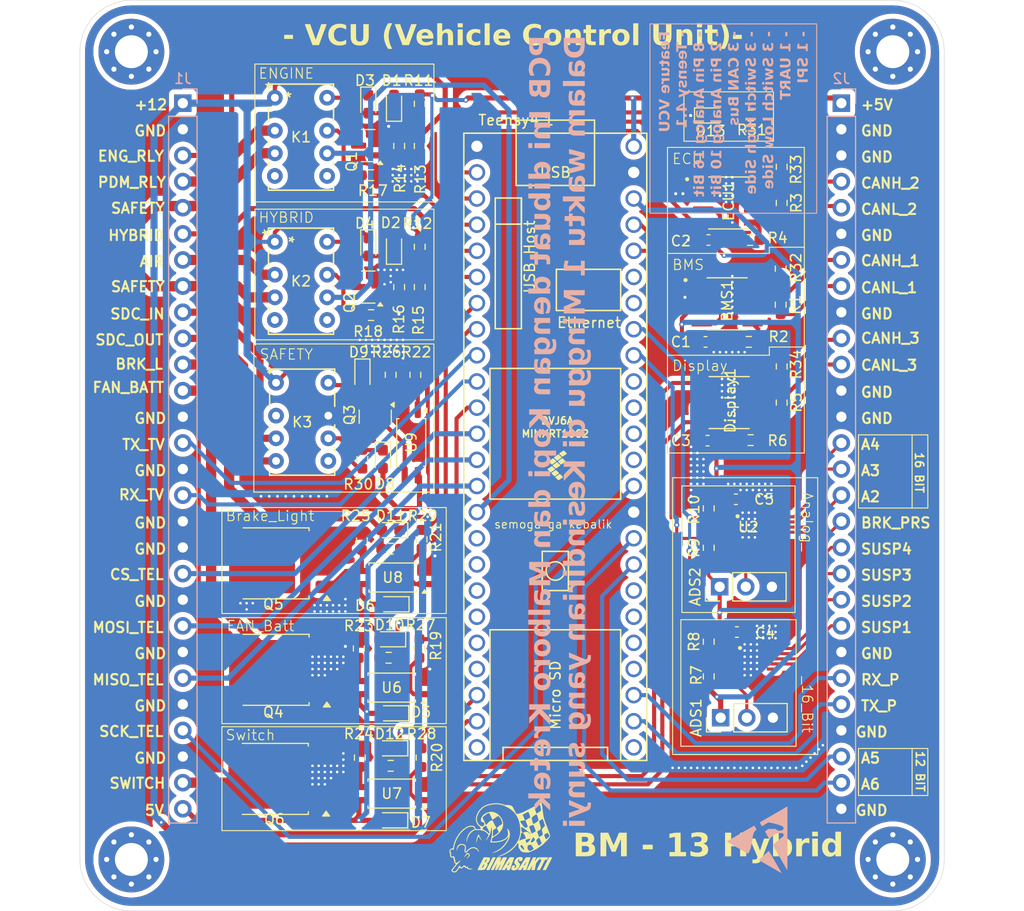
<source format=kicad_pcb>
(kicad_pcb (version 20241229) (generator "pcbnew") (generator_version "9.0")
  (layers (0 "F.Cu" signal) (2 "B.Cu" signal) (13 "F.Paste" user) (15 "B.Paste" user) (5 "F.SilkS" user "F.Silkscreen") (7 "B.SilkS" user "B.Silkscreen") (1 "F.Mask" user) (3 "B.Mask" user) (25 "Edge.Cuts" user))
  (net 0 "")
  (net 1 "+3.3V")
  (net 2 "GND")
  (net 3 "/ADR1")
  (net 4 "/ADR2")
  (net 5 "/CANL_1")
  (net 6 "/CTX1")
  (net 7 "Net-(BMS1-VREF)")
  (net 8 "/CANH_1")
  (net 9 "/CRX1")
  (net 10 "Net-(D1-A)")
  (net 11 "Net-(D1-K)")
  (net 12 "Net-(D2-A)")
  (net 13 "Net-(D2-K)")
  (net 14 "+12V")
  (net 15 "+5V")
  (net 16 "Net-(D5-K)")
  (net 17 "Net-(D6-K)")
  (net 18 "Net-(D7-K)")
  (net 19 "Net-(D8-K)")
  (net 20 "Net-(D9-A)")
  (net 21 "/FAN_BATT")
  (net 22 "/Brake_Light")
  (net 23 "/SWITCH")
  (net 24 "/CANH_3")
  (net 25 "/CRX3")
  (net 26 "Net-(Display1-VREF)")
  (net 27 "/CTX3")
  (net 28 "/CANL_3")
  (net 29 "/CANL_2")
  (net 30 "/CTX2")
  (net 31 "/CRX2")
  (net 32 "Net-(ECU1-VREF)")
  (net 33 "/CANH_2")
  (net 34 "/SCK_T")
  (net 35 "/Safety")
  (net 36 "/Engine")
  (net 37 "/AIR")
  (net 38 "/TX_TV")
  (net 39 "/SDC_IN")
  (net 40 "/Hybrid")
  (net 41 "/MOSI_T")
  (net 42 "/SDC_OUT")
  (net 43 "/PDM")
  (net 44 "/CS_T")
  (net 45 "/RX_TV")
  (net 46 "/MISO_T")
  (net 47 "/Analog1")
  (net 48 "/Ac3")
  (net 49 "/SUS1")
  (net 50 "/Analog2")
  (net 51 "/SUS3")
  (net 52 "/Ac2")
  (net 53 "/Brake_Pressure")
  (net 54 "/SUS4")
  (net 55 "/Ac4")
  (net 56 "/SUS2")
  (net 57 "/IND_Engine")
  (net 61 "/IND_Hybrid")
  (net 63 "/LED_SDC")
  (net 65 "/SDA")
  (net 66 "/SCL")
  (net 67 "Net-(R19-Pad2)")
  (net 68 "/D1_BATT")
  (net 69 "Net-(R20-Pad2)")
  (net 70 "/D3")
  (net 71 "Net-(R21-Pad2)")
  (net 72 "/D2_BL")
  (net 73 "Net-(R22-Pad2)")
  (net 74 "/D4_SDC")
  (net 75 "/RX_Pneu")
  (net 87 "/TX_Pneu")
  (net 88 "+3.3VA")
  (net 99 "Net-(Q1-G)")
  (net 100 "Net-(Q2-G)")
  (net 101 "Net-(Q4-G)")
  (net 102 "Net-(Q5-G)")
  (net 103 "Net-(Q6-G)")
  (net 104 "Net-(Q3-G)")
  (net 105 "Net-(D13-A)")
  (net 106 "Net-(BMS1-RS)")
  (net 107 "Net-(Display1-RS)")
  (net 108 "Net-(ECU1-RS)")
  (net 109 "+5VA")
  (footprint "teensy:Teensy41" (layer "F.Cu") (at 116.2 111.4 -90)
    (property "Reference" "Teensy4.1")
    (property "Value" "~")
  )
  (footprint "Resistor_SMD:R_0603_1608Metric_Pad0.98x0.95mm_HandSolder" (layer "F.Cu") (at 97.4 120.5 -90)
    (property "Reference" "R25")
    (property "Value" "10K")
  )
  (footprint "Connector_PinHeader_2.54mm:PinHeader_1x03_P2.54mm_Vertical" (layer "F.Cu") (at 132.27 137.725 90)
    (property "Reference" "ADS1")
    (property "Value" "Conn_01x03_Pin")
  )
  (footprint "Resistor_SMD:R_0603_1608Metric_Pad0.98x0.95mm_HandSolder" (layer "F.Cu") (at 138.1 97.5875 -90)
    (property "Reference" "R1")
    (property "Value" "120")
  )
  (footprint "Resistor_SMD:R_0603_1608Metric_Pad0.98x0.95mm_HandSolder" (layer "F.Cu") (at 97.45 112.6 -90)
    (property "Reference" "R30")
    (property "Value" "1K")
  )
  (footprint "Package_TO_SOT_SMD:SOT-23" (layer "F.Cu") (at 98.025 95.8725 180)
    (property "Reference" "Q2")
    (property "Value" "SQ2362CES")
  )
  (footprint "Package_TO_SOT_SMD:TO-252-2" (layer "F.Cu") (at 88.96 133.0725 180)
    (property "Reference" "Q4")
    (property "Value" "DMTH6004SK3")
  )
  (footprint "LED_SMD:LED_0603_1608Metric_Pad1.05x0.95mm_HandSolder" (layer "F.Cu") (at 131.3875 79.2)
    (property "Reference" "D13")
    (property "Value" "LED")
  )
  (footprint "Package_SO:SOP-4_4.4x2.6mm_P1.27mm" (layer "F.Cu") (at 100.4 124.1 180)
    (property "Reference" "U8")
    (property "Value" "TCMT1103")
  )
  (footprint "Capacitor_SMD:C_0603_1608Metric_Pad1.08x0.95mm_HandSolder" (layer "F.Cu") (at 133.85 129.4 180)
    (property "Reference" "C4")
    (property "Value" "100nF")
  )
  (footprint "Resistor_SMD:R_0603_1608Metric_Pad0.98x0.95mm_HandSolder" (layer "F.Cu") (at 138.2 84.1875 90)
    (property "Reference" "R33")
    (property "Value" "R_Small_US")
  )
  (footprint "Diode_SMD:D_0603_1608Metric_Pad1.05x0.95mm_HandSolder" (layer "F.Cu") (at 98.025 78.0975 -90)
    (property "Reference" "D3")
    (property "Value" "D")
  )
  (footprint "Resistor_SMD:R_0603_1608Metric_Pad0.98x0.95mm_HandSolder" (layer "F.Cu") (at 97.2 141.6 -90)
    (property "Reference" "R24")
    (property "Value" "10K")
  )
  (footprint "Resistor_SMD:R_0603_1608Metric_Pad0.98x0.95mm_HandSolder" (layer "F.Cu") (at 131.11 121.2125 -90)
    (property "Reference" "R9")
    (property "Value" "4.7K")
  )
  (footprint "MountingHole:MountingHole_3.2mm_M3_Pad_Via" (layer "F.Cu") (at 149 73)
    (property "Reference" "REF**" (hide yes))
    (property "Value" "MountingHole_3.2mm_M3_Pad_Via")
  )
  (footprint "ADS1115:MSOP10" (layer "F.Cu") (at 135.2 132 -90)
    (property "Reference" "U1" (hide yes))
    (property "Value" "~")
  )
  (footprint "Package_TO_SOT_SMD:SOT-23" (layer "F.Cu") (at 98.025 82.1225 180)
    (property "Reference" "Q1")
    (property "Value" "SQ2362CES")
  )
  (footprint "Package_SO:SOP-4_4.4x2.6mm_P1.27mm" (layer "F.Cu") (at 100.3 145.1 180)
    (property "Reference" "U7")
    (property "Value" "TCMT1103")
  )
  (footprint "Resistor_SMD:R_0603_1608Metric_Pad0.98x0.95mm_HandSolder" (layer "F.Cu") (at 98.3 85)
    (property "Reference" "R17")
    (property "Value" "10K")
  )
  (footprint "LED_SMD:LED_0603_1608Metric_Pad1.05x0.95mm_HandSolder" (layer "F.Cu") (at 100.525 78.0975 90)
    (property "Reference" "D1")
    (property "Value" "LED")
  )
  (footprint "MountingHole:MountingHole_3.2mm_M3_Pad_Via" (layer "F.Cu") (at 75 73)
    (property "Reference" "REF**" (hide yes))
    (property "Value" "MountingHole_3.2mm_M3_Pad_Via")
  )
  (footprint "Resistor_SMD:R_0603_1608Metric_Pad0.98x0.95mm_HandSolder" (layer "F.Cu") (at 131.11 133.7125 -90)
    (property "Reference" "R7")
    (property "Value" "4.7K")
  )
  (footprint "Bimsak:aaaaaaaa" (layer "F.Cu") (at 110.9 149.3)
    (property "Reference" "G***" (hide yes))
    (property "Value" "LOGO" (hide yes))
  )
  (footprint "Resistor_SMD:R_0603_1608Metric_Pad0.98x0.95mm_HandSolder" (layer "F.Cu") (at 97.1 131 -90)
    (property "Reference" "R23")
    (property "Value" "10K")
  )
  (footprint "CAN Tranciver:SOIC127P599X175-8N" (layer "F.Cu") (at 132.895 97.5)
    (property "Reference" "BMS1")
    (property "Value" "SN65HVD230D" (hide yes))
  )
  (footprint "Resistor_SMD:R_0603_1608Metric_Pad0.98x0.95mm_HandSolder" (layer "F.Cu") (at 103.025 82.16 -90)
    (property "Reference" "R13")
    (property "Value" "1K")
  )
  (footprint "Capacitor_SMD:C_0603_1608Metric_Pad1.08x0.95mm_HandSolder" (layer "F.Cu") (at 130.8 101.2 180)
    (property "Reference" "C1")
    (property "Value" "100nF")
  )
  (footprint "Resistor_SMD:R_0603_1608Metric_Pad0.98x0.95mm_HandSolder" (layer "F.Cu") (at 103.2 141.6 -90)
    (property "Reference" "R20")
    (property "Value" "330")
  )
  (footprint "Resistor_SMD:R_0603_1608Metric_Pad0.98x0.95mm_HandSolder" (layer "F.Cu") (at 131.11 117.3875 90)
    (property "Reference" "R10")
    (property "Value" "4.7K")
  )
  (footprint "Package_SO:SOP-4_4.4x2.6mm_P1.27mm" (layer "F.Cu") (at 100.3 134.8 180)
    (property "Reference" "U6")
    (property "Value" "TCMT1103")
  )
  (footprint "LED_SMD:LED_0603_1608Metric_Pad1.05x0.95mm_HandSolder" (layer "F.Cu") (at 99.45 112.5975 -90)
    (property "Reference" "D8")
    (property "Value" "LED")
  )
  (footprint "Resistor_SMD:R_0603_1608Metric_Pad0.98x0.95mm_HandSolder" (layer "F.Cu") (at 100 131.9 180)
    (property "Reference" "R27")
    (property "Value" "1K")
  )
  (footprint "Resistor_SMD:R_0603_1608Metric_Pad0.98x0.95mm_HandSolder" (layer "F.Cu") (at 135.1875 79.2 180)
    (property "Reference" "R31")
    (property "Value" "1K")
  )
  (footprint "Resistor_SMD:R_0603_1608Metric_Pad0.98x0.95mm_HandSolder" (layer "F.Cu") (at 138.1 94.0875 90)
    (property "Reference" "R32")
    (property "Value" "R_Small_US")
  )
  (footprint "Resistor_SMD:R_0603_1608Metric_Pad0.98x0.95mm_HandSolder" (layer "F.Cu") (at 103.025 91.96 -90)
    (property "Reference" "R12")
    (property "Value" "330")
  )
  (footprint "CAN Tranciver:SOIC127P599X175-8N" (layer "F.Cu") (at 133.1 107.1)
    (property "Reference" "Display1")
    (property "Value" "SN65HVD230D")
  )
  (footprint "Resistor_SMD:R_0603_1608Metric_Pad0.98x0.95mm_HandSolder" (layer "F.Cu") (at 135 101.2 180)
    (property "Reference" "R2")
    (property "Value" "0")
  )
  (footprint "Resistor_SMD:R_0603_1608Metric_Pad0.98x0.95mm_HandSolder" (layer "F.Cu") (at 98.3 98.6)
    (property "Reference" "R18")
    (property "Value" "10K")
  )
  (footprint "Resistor_SMD:R_0603_1608Metric_Pad0.98x0.95mm_HandSolder" (layer "F.Cu") (at 100.2 121.3 180)
    (property "Reference" "R29")
    (property "Value" "1K")
  )
  (footprint "Package_TO_SOT_SMD:TO-252-2" (layer "F.Cu") (at 88.885 143.6725 180)
    (property "Reference" "Q6")
    (property "Value" "DMTH6004SK3")
  )
  (footprint "Package_TO_SOT_SMD:TO-252-2" (layer "F.Cu") (at 88.96 122.7275 180)
    (property "Reference" "Q5")
    (property "Value" "DMTH6004SK3")
  )
  (footprint "Relay TE Small 5 Amp:RELAY8-TH_NON-LATCH_1-COIL" (layer "F.Cu") (at 89.06 105.1708)
    (property "Reference" "K3")
    (property "Value" "IM00")
  )
  (footprint "Resistor_SMD:R_0603_1608Metric_Pad0.98x0.95mm_HandSolder" (layer "F.Cu") (at 103.025 78.06 -90)
    (property "Reference" "R11")
    (property "Value" "330")
  )
  (footprint "Resistor_SMD:R_0603_1608Metric_Pad0.98x0.95mm_HandSolder" (layer "F.Cu") (at 100.2 104.4 -90)
    (property "Reference" "R26")
    (property "Value" "10K")
  )
  (footprint "LED_SMD:LED_0603_1608Metric_Pad1.05x0.95mm_HandSolder" (layer "F.Cu") (at 100.2 147.7 180)
    (property "Reference" "D7")
    (property "Value" "LED")
  )
  (footprint "Diode_SMD:D_0603_1608Metric_Pad1.05x0.95mm_HandSolder" (layer "F.Cu") (at 98.025 91.9725 -90)
    (property "Reference" "D4")
    (property "Value" "D")
  )
  (footprint "Package_SO:SOP-4_4.4x2.6mm_P1.27mm" (layer "F.Cu") (at 102.2 110.9725 -90)
    (property "Reference" "U9")
    (property "Value" "TCMT1103")
  )
  (footprint "Resistor_SMD:R_0603_1608Metric_Pad0.98x0.95mm_HandSolder" (layer "F.Cu") (at 135.1825 110.75 180)
    (property "Reference" "R6")
    (property "Value" "0")
  )
  (footprint "MountingHole:MountingHole_3.2mm_M3_Pad_Via" (layer "F.Cu") (at 149 151.5)
    (property "Reference" "REF**" (hide yes))
    (property "Value" "MountingHole_3.2mm_M3_Pad_Via")
  )
  (footprint "LED_SMD:LED_0603_1608Metric_Pad1.05x0.95mm_HandSolder" (layer "F.Cu") (at 100.325 126.7 180)
    (property "Reference" "D6")
    (property "Value" "LED")
  )
  (footprint "Capacitor_SMD:C_0603_1608Metric_Pad1.08x0.95mm_HandSolder" (layer "F.Cu") (at 133.7475 116.5 180)
    (property "Reference" "C5")
    (property "Value" "100nF")
  )
  (footprint "Resistor_SMD:R_0603_1608Metric_Pad0.98x0.95mm_HandSolder" (layer "F.Cu") (at 135.1325 91.3 180)
    (property "Reference" "R4")
    (property "Value" "0")
  )
  (footprint "Resistor_SMD:R_0603_1608Metric_Pad0.98x0.95mm_HandSolder" (layer "F.Cu") (at 102.6 104.4 -90)
    (property "Reference" "R22")
    (property "Value" "330")
  )
  (footprint "Resistor_SMD:R_0603_1608Metric_Pad0.98x0.95mm_HandSolder" (layer "F.Cu") (at 131.11 130.3375 90)
    (property "Reference" "R8")
    (property "Value" "4.7K")
  )
  (footprint "Resistor_SMD:R_0603_1608Metric_Pad0.98x0.95mm_HandSolder" (layer "F.Cu") (at 138.2 107.1 -90)
    (property "Reference" "R5")
    (property "Value" "120")
  )
  (footprint "Diode_SMD:D_0603_1608Metric_Pad1.05x0.95mm_HandSolder" (layer "F.Cu") (at 100.2 119.5 180)
    (property "Reference" "D11")
    (property "Value" "D")
  )
  (footprint "Capacitor_SMD:C_0603_1608Metric_Pad1.08x0.95mm_HandSolder" (layer "F.Cu") (at 131.0825 91.3)
    (property "Reference" "C2")
    (property "Value" "100nF")
  )
  (footprint "Relay TE Small 5 Amp:RELAY8-TH_NON-LATCH_1-COIL" (layer "F.Cu") (at 88.945 77.4725)
    (property "Reference" "K1")
    (property "Value" "IM00")
  )
  (footprint "LED_SMD:LED_0603_1608Metric_Pad1.05x0.95mm_HandSolder" (layer "F.Cu") (at 100.3 137.3 180)
    (property "Reference" "D5")
    (property "Value" "LED")
  )
  (footprint "Package_TO_SOT_SMD:SOT-23" (layer "F.Cu") (at 98.7 108.4725 -90)
    (property "Reference" "Q3")
    (property "Value" "SQ2362CES")
  )
  (footprint "Resistor_SMD:R_0603_1608Metric_Pad0.98x0.95mm_HandSolder" (layer "F.Cu") (at 138.2 103.5875 90)
    (property "Reference" "R34")
    (property "Value" "R_Small_US")
  )
  (footprint "Capacitor_SMD:C_0603_1608Metric_Pad1.08x0.95mm_HandSolder" (layer "F.Cu") (at 131 110.8)
    (property "Reference" "C3")
    (property "Value" "100nF")
  )
  (footprint "Connector_PinHeader_2.54mm:PinHeader_1x03_P2.54mm_Vertical" (layer "F.Cu") (at 132.17 125 90)
    (property "Reference" "ADS2")
    (property "Value" "Conn_01x03_Pin")
  )
  (footprint "Resistor_SMD:R_0603_1608Metric_Pad0.98x0.95mm_HandSolder" (layer "F.Cu") (at 103.025 95.8725 -90)
    (property "Reference" "R15")
    (property "Value" "1K")
  )
  (footprint "Diode_SMD:D_0603_1608Metric_Pad1.05x0.95mm_HandSolder" (layer "F.Cu") (at 100 130.1 180)
    (property "Reference" "D10")
    (property "Value" "D")
  )
  (footprint "Diode_SMD:D_0603_1608Metric_Pad1.05x0.95mm_HandSolder" (layer "F.Cu") (at 97.455 104.525 -90)
    (property "Reference" "D9")
    (property "Value" "D")
  )
  (footprint "Resistor_SMD:R_0603_1608Metric_Pad0.98x0.95mm_HandSolder" (layer "F.Cu") (at 103 131 -90)
    (property "Reference" "R19")
    (property "Value" "330")
  )
  (footprint "Resistor_SMD:R_0603_1608Metric_Pad0.98x0.95mm_HandSolder" (layer "F.Cu") (at 103.2 120.3875 -90)
    (property "Reference" "R21")
    (property "Value" "330")
  )
  (footprint "Diode_SMD:D_0603_1608Metric_Pad1.05x0.95mm_HandSolder" (layer "F.Cu") (at 100.2 140.7 180)
    (property "Reference" "D12")
    (property "Value" "D")
  )
  (footprint "LED_SMD:LED_0603_1608Metric_Pad1.05x0.95mm_HandSolder" (layer "F.Cu") (at 100.525 91.9975 90)
    (property "Reference" "D2")
    (property "Value" "LED")
  )
  (footprint "MountingHole:MountingHole_3.2mm_M3_Pad_Via" (layer "F.Cu") (at 75 151.5)
    (property "Reference" "REF**" (hide yes))
    (property "Value" "MountingHole_3.2mm_M3_Pad_Via")
  )
  (footprint "CAN Tranciver:SOIC127P599X175-8N" (layer "F.Cu") (at 133.05 87.7)
    (property "Reference" "ECU1")
    (property "Value" "SN65HVD230D")
  )
  (footprint "Relay TE Small 5 Amp:RELAY8-TH_NON-LATCH_1-COIL" (layer "F.Cu") (at 88.945 91.4725)
    (property "Reference" "K2")
    (property "Value" "IM00")
  )
  (footprint "ADS1115:MSOP10" (layer "F.Cu") (at 134.96 119.2 -90)
    (property "Reference" "U2")
    (property "Value" "~")
  )
  (footprint "Resistor_SMD:R_0603_1608Metric_Pad0.98x0.95mm_HandSolder" (layer "F.Cu") (at 101.025 82.16 90)
    (property "Reference" "R14")
    (property "Value" "10K")
  )
  (footprint "Resistor_SMD:R_0603_1608Metric_Pad0.98x0.95mm_HandSolder" (layer "F.Cu") (at 101.025 95.8725 90)
    (property "Reference" "R16")
    (property "Value" "10K")
  )
  (footprint "Resistor_SMD:R_0603_1608Metric_Pad0.98x0.95mm_HandSolder" (layer "F.Cu") (at 100.2 142.4 180)
    (property "Reference" "R28")
    (property "Value" "1K")
  )
  (footprint "Resistor_SMD:R_0603_1608Metric_Pad0.98x0.95mm_HandSolder" (layer "F.Cu") (at 138.2 87.7 -90)
    (property "Reference" "R3")
    (property "Value" "120")
  )
  (footprint "Connector_PinHeader_2.54mm:PinHeader_1x28_P2.54mm_Vertical" (layer "B.Cu") (at 144 78 180)
    (property "Reference" "J2")
    (property "Value" "Conn_01x28_Pin")
  )
  (footprint "Connector_PinHeader_2.54mm:PinHeader_1x28_P2.54mm_Vertical" (layer "B.Cu") (at 80 78 180)
    (property "Reference" "J1")
    (property "Value" "Conn_01x28_Pin")
  )
  (footprint "Symbol:ESD-Logo_6.6x6mm_SilkScreen" (layer "B.Cu") (at 135.8 149.6 -90)
    (property "Reference" "REF**" (hide yes))
    (property "Value" "ESD-Logo_6.6x6mm_SilkScreen" (hide yes))
  )
  (gr_rect (start 145.662243 140.716) (end 152.4 145.288) (stroke (width 0.1)) (fill no) (layer "F.SilkS"))
  (gr_rect (start 128.4 128.2) (end 139.6 140.5) (stroke (width 0.1)) (fill no) (layer "F.SilkS"))
  (gr_line (start 127.1 92.6) (end 137 92.6) (stroke (width 0.1)) (layer "F.SilkS"))
  (gr_rect (start 87 88.3) (end 104.4 101) (stroke (width 0.1)) (fill no) (layer "F.SilkS"))
  (gr_line (start 137 92) (end 140.4 92) (stroke (width 0.1)) (layer "F.SilkS"))
  (gr_rect (start 145.662243 110.236) (end 152.4 117.348) (stroke (width 0.1)) (fill no) (layer "F.SilkS"))
  (gr_rect (start 127.1 82.3) (end 140.4 112) (stroke (width 0.1)) (fill no) (layer "F.SilkS"))
  (gr_line (start 150.876 140.716) (end 150.876 145.288) (stroke (width 0.1)) (layer "F.SilkS"))
  (gr_rect (start 86.9 101.4) (end 104.4 115.8) (stroke (width 0.1)) (fill no) (layer "F.SilkS"))
  (gr_rect (start 83.8 138.6) (end 105.6 148.7) (stroke (width 0.1)) (fill no) (layer "F.SilkS"))
  (gr_line (start 137 102.5) (end 137 101.7) (stroke (width 0.1)) (layer "F.SilkS"))
  (gr_rect (start 83.8 117.3) (end 105.6 127.6) (stroke (width 0.1)) (fill no) (layer "F.SilkS"))
  (gr_line (start 137 101.7) (end 140.4 101.7) (stroke (width 0.1)) (layer "F.SilkS"))
  (gr_rect (start 83.8 128) (end 105.6 138.3) (stroke (width 0.1)) (fill no) (layer "F.SilkS"))
  (gr_line (start 150.876 110.236) (end 150.876 117.348) (stroke (width 0.1)) (layer "F.SilkS"))
  (gr_rect (start 128.5 115.2) (end 139.5 127.5) (stroke (width 0.1)) (fill no) (layer "F.SilkS"))
  (gr_rect (start 128.7 76.9) (end 137.4 81.7) (stroke (width 0.1)) (fill no) (layer "F.SilkS"))
  (gr_line (start 127.1 102.5) (end 137 102.5) (stroke (width 0.1)) (layer "F.SilkS"))
  (gr_line (start 137 92.6) (end 137 92) (stroke (width 0.1)) (layer "F.SilkS"))
  (gr_rect (start 87 74.2) (end 104.4 87.6) (stroke (width 0.1)) (fill no) (layer "F.SilkS"))
  (gr_rect (start 127.6 114.4) (end 141.7 141.3) (stroke (width 0.1)) (fill no) (layer "F.SilkS"))
  (gr_rect (start 125.4 70.3) (end 141.6 88.7) (stroke (width 0.1)) (fill no) (layer "B.SilkS"))
  (gr_line (start 75 156.5) (end 149 156.5) (stroke (width 0.05)) (layer "Edge.Cuts"))
  (gr_line (start 149 68) (end 75 68) (stroke (width 0.05)) (layer "Edge.Cuts"))
  (gr_arc (start 70 73) (mid 71.464466 69.464466) (end 75 68) (stroke (width 0.05)) (layer "Edge.Cuts"))
  (gr_line (start 70 73) (end 70 151.5) (stroke (width 0.05)) (layer "Edge.Cuts"))
  (gr_line (start 154 151.5) (end 154 73) (stroke (width 0.05)) (layer "Edge.Cuts"))
  (gr_arc (start 75 156.5) (mid 71.464466 155.035534) (end 70 151.5) (stroke (width 0.05)) (layer "Edge.Cuts"))
  (gr_arc (start 149 68) (mid 152.535534 69.464466) (end 154 73) (stroke (width 0.05)) (layer "Edge.Cuts"))
  (gr_arc (start 154 151.5) (mid 152.535534 155.035534) (end 149 156.5) (stroke (width 0.05)) (layer "Edge.Cuts"))
  (gr_text "GND\n" (at 75.184 109.22 0) (layer "F.SilkS") (effects (font (size 1 1) (thickness 0.2) (bold yes)) (justify left bottom)))
  (gr_text "ENGINE" (at 87.3 75.7 0) (layer "F.SilkS") (effects (font (size 1 1) (thickness 0.1)) (justify left bottom)))
  (gr_text "CANL_1\n" (at 145.796 96.52 0) (layer "F.SilkS") (effects (font (size 1 1) (thickness 0.2) (bold yes)) (justify left bottom)))
  (gr_text "SAFETY" (at 87.4 103 0) (layer "F.SilkS") (effects (font (size 1 1) (thickness 0.1)) (justify left bottom)))
  (gr_text "SWITCH\n\n" (at 72.762772 146.292416 0) (layer "F.SilkS") (effects (font (size 1 1) (thickness 0.2) (bold yes)) (justify left bottom)))
  (gr_text "GND\n" (at 145.288 139.7 0) (layer "F.SilkS") (effects (font (size 1 1) (thickness 0.2) (bold yes)) (justify left bottom)))
  (gr_text "A5" (at 145.796 142.24 0) (layer "F.SilkS") (effects (font (size 1 1) (thickness 0.2) (bold yes)) (justify left bottom)))
  (gr_text "SAFETY" (at 72.903171 96.423472 0) (layer "F.SilkS") (effects (font (size 1 1) (thickness 0.2) (bold yes)) (justify left bottom)))
  (gr_text "GND\n" (at 145.796 99.06 0) (layer "F.SilkS") (effects (font (size 1 1) (thickness 0.2) (bold yes)) (justify left bottom)))
  (gr_text "GND\n" (at 75.184 132.08 0) (layer "F.SilkS") (effects (font (size 1 1) (thickness 0.2) (bold yes)) (justify left bottom)))
  (gr_text "GND\n" (at 145.796 81.28 0) (layer "F.SilkS") (effects (font (size 1 1) (thickness 0.2) (bold yes)) (justify left bottom)))
  (gr_text "Display" (at 127.5 104.1 0) (layer "F.SilkS") (effects (font (size 1 1) (thickness 0.1)) (justify left bottom)))
  (gr_text "+5V" (at 145.796 78.74 0) (layer "F.SilkS") (effects (font (size 1 1) (thickness 0.2) (bold yes)) (justify left bottom)))
  (gr_text "- VCU (Vehicle Control Unit)-" (at 89.7 72.7 0) (layer "F.SilkS") (effects (font (size 2 2) (thickness 0.2) (bold yes) (italic yes)) (justify left bottom)))
  (gr_text "CANH_1\n\n" (at 145.796 95.504 0) (layer "F.SilkS") (effects (font (size 1 1) (thickness 0.2) (bold yes)) (justify left bottom)))
  (gr_text "CANL_2\n" (at 145.796 88.9 0) (layer "F.SilkS") (effects (font (size 1 1) (thickness 0.2) (bold yes)) (justify left bottom)))
  (gr_text "SDC_OUT" (at 71.386893 101.592897 0) (layer "F.SilkS") (effects (font (size 1 1) (thickness 0.2) (bold yes)) (justify left bottom)))
  (gr_text "+12\n" (at 75.184 78.74 0) (layer "F.SilkS") (effects (font (size 1 1) (thickness 0.2) (bold yes)) (justify left bottom)))
  (gr_text "SDC_IN" (at 72.836293 99.072203 0) (layer "F.SilkS") (effects (font (size 1 1) (thickness 0.2) (bold yes)) (justify left bottom)))
  (gr_text "BRK_PRS" (at 145.796 119.38 0) (layer "F.SilkS") (effects (font (size 1 1) (thickness 0.2) (bold yes)) (justify left bottom)))
  (gr_text "GND\n" (at 145.796 91.44 0) (layer "F.SilkS") (effects (font (size 1 1) (thickness 0.2) (bold yes)) (justify left bottom)))
  (gr_text "Switch" (at 84.1 140 0) (layer "F.SilkS") (effects (font (size 1 1) (thickness 0.1)) (justify left bottom)))
  (gr_text "FAN_Batt" (at 84.2 129.4 0) (layer "F.SilkS") (effects (font (size 1 1) (thickness 0.1)) (justify left bottom)))
  (gr_text "BM - 13 Hybrid" (at 117.9 151.57672 0) (layer "F.SilkS") (effects (font (size 2.25 2.25) (thickness 0.4) (bold yes) (italic yes)) (justify left bottom)))
  (gr_text "MISO_TEL\n" (at 71.12 134.62 0) (layer "F.SilkS") (effects (font (size 1 1) (thickness 0.2) (bold yes)) (justify left bottom)))
  (gr_text "FAN_BATT" (at 71.12 106.215711 0) (layer "F.SilkS") (effects (font (size 1 1) (thickness 0.2) (bold yes)) (justify left bottom)))
  (gr_text "RX_TV\n" (at 73.679305 116.645085 0) (layer "F.SilkS") (effects (font (size 1 1) (thickness 0.2) (bold yes)) (justify left bottom)))
  (gr_text "SUSP1\n" (at 145.796 129.54 0) (layer "F.SilkS") (effects (font (size 1 1) (thickness 0.2) (bold yes)) (justify left bottom)))
  (gr_text "A3" (at 145.796 114.3 0) (layer "F.SilkS") (effects (font (size 1 1) (thickness 0.2) (bold yes)) (justify left bottom)))
  (gr_text "A6\n" (at 145.796 144.78 0) (layer "F.SilkS") (effects (font (size 1 1) (thickness 0.2) (bold yes)) (justify left bottom)))
  (gr_text "ENG_RLY\n\n" (at 71.628 85.344 0) (layer "F.SilkS") (effects (font (size 1 1) (thickness 0.2) (bold yes)) (justify left bottom)))
  (gr_text "5V\n" (at 76.2 147.32 0) (layer "F.SilkS") (effects (font (size 1 1) (thickness 0.2) (bold yes)) (justify left bottom)))
  (gr_text "SUSP4\n" (at 145.796 121.92 0) (layer "F.SilkS") (effects (font (size 1 1) (thickness 0.2) (bold yes)) (justify left bottom)))
  (gr_text "Analog_                _16_Bit" (at 140.1 115.7 270) (layer "F.SilkS") (effects (font (size 1 1) (thickness 0.1)) (justify left bottom)))
  (gr_text "GND\n" (at 145.796 83.82 0) (layer "F.SilkS") (effects (font (size 1 1) (thickness 0.2) (bold yes)) (justify left bottom)))
  (gr_text "GND\n" (at 145.796 109.22 0) (layer "F.SilkS") (effects (font (size 1 1) (thickness 0.2) (bold yes)) (justify left bottom)))
  (gr_text "SUSP2" (at 145.796 127 0) (layer "F.SilkS") (effects (font (size 1 1) (thickness 0.2) (bold yes)) (justify left bottom)))
  (gr_text "12 BIT\n" (at 151.183054 140.869372 270) (layer "F.SilkS") (effects (font (size 0.8 0.8) (thickness 0.16) (bold yes)) (justify left bottom)))
  (gr_text "SUSP3" (at 145.796 124.46 0) (layer "F.SilkS") (effects (font (size 1 1) (thickness 0.2) (bold yes)) (justify left bottom)))
  (gr_text "HYBRID" (at 87.3 89.7 0) (layer "F.SilkS") (effects (font (size 1 1) (thickness 0.1)) (justify left bottom)))
  (gr_text "GND\n" (at 75.184 114.3 0) (layer "F.SilkS") (effects (font (size 1 1) (thickness 0.2) (bold yes)) (justify left bottom)))
  (gr_text "16 BIT" (at 151.101041 111.838461 270) (layer "F.SilkS") (effects (font (size 0.8 0.8) (thickness 0.16) (bold yes)) (justify left bottom)))
  (gr_text "SCK_TEL\n" (at 71.757275 139.646423 0) (layer "F.SilkS") (effects (font (size 1 1) (thickness 0.2) (bold yes)) (justify left bottom)))
  (gr_text "MOSI_TEL" (at 71.12 129.54 0) (layer "F.SilkS") (effects (font (size 1 1) (thickness 0.2) (bold yes)) (justify left bottom)))
  (gr_text "A2\n" (at 145.796 116.84 0) (layer "F.SilkS") (effects (font (size 1 1) (thickness 0.2) (bold yes)) (justify left bottom)))
  (gr_text "RX_P" (at 145.796 134.62 0) (layer "F.SilkS") (effects (font (size 1 1) (thickness 0.2) (bold yes)) (justify left bottom)))
  (gr_text "PDM_RLY\n\n" (at 71.628 87.884 0) (layer "F.SilkS") (effects (font (size 1 1) (thickness 0.2) (bold yes)) (justify left bottom)))
  (gr_text "TX_TV\n" (at 73.994392 111.761239 0) (layer "F.SilkS") (effects (font (size 1 1) (thickness 0.2) (bold yes)) (justify left bottom)))
  (gr_text "GND\n" (at 75.184 121.92 0) (layer "F.SilkS") (effects (font (size 1 1) (thickness 0.2) (bold yes)) (justify left bottom)))
  (gr_text "CS_TEL\n\n" (at 72.797062 126.003164 0) (layer "F.SilkS") (effects (font (size 1 1) (thickness 0.2) (bold yes)) (justify left bottom)))
  (gr_text "GND\n" (at 75.184 137.16 0) (layer "F.SilkS") (effects (font (size 1 1) (thickness 0.2) (bold yes)) (justify left bottom)))
  (gr_text "A4\n" (at 145.796 111.76 0) (layer "F.SilkS") (effects (font (size 1 1) (thickness 0.2) (bold yes)) (justify left bottom)))
  (gr_text "GND\n" (at 75.184 119.38 0) (layer "F.SilkS") (effects (font (size 1 1) (thickness 0.2) (bold yes)) (justify left bottom)))
  (gr_text "GND\n" (at 145.796 132.08 0) (layer "F.SilkS") (effects (font (size 1 1) (thickness 0.2) (bold yes)) (justify left bottom)))
  (gr_text "BRK_L\n" (at 73.332709 103.947086 0) (layer "F.SilkS") (effects (font (size 1 1) (thickness 0.2) (bold yes)) (justify left bottom)))
  (gr_text "ECU" (at 127.5 84 0) (layer "F.SilkS") (effects (font (size 1 1) (thickness 0.1)) (justify left bottom)))
  (gr_text "CANL_3\n\n" (at 145.796 105.664 0) (layer "F.SilkS") (effects (font (size 1 1) (thickness 0.2) (bold yes)) (justify left bottom)))
  (gr_text "AIR" (at 75.692 93.98 0) (layer "F.SilkS") (effects (font (size 1 1) (thickness 0.2) (bold yes)) (justify left bottom)))
  (gr_text "CANH_3\n\n\n" (at 145.796 104.648 0) (layer "F.SilkS") (effects (font (size 1 1) (thickness 0.2) (bold yes)) (justify left bottom)))
  (gr_text "TX_P" (at 145.796 137.16 0) (layer "F.SilkS") (effects (font (size 1 1) (thickness 0.2) (bold yes)) (justify left bottom)))
  (gr_text "SAFETY" (at 72.903171 88.798371 0) (layer "F.SilkS") (effects (font (size 1 1) (thickness 0.2) (bold yes)) (justify left bottom)))
  (gr_text "Brake_Light" (at 84.1 118.7 0) (layer "F.SilkS") (effects (font (size 1 1) (thickness 0.1)) (justify left bottom)))
  (gr_text "CANH_2\n" (at 145.796 86.36 0) (layer "F.SilkS") (effects (font (size 1 1) (thickness 0.2) (bold yes)) (justify left bottom)))
  (gr_text "GND\n" (at 75.184 81.28 0) (layer "F.SilkS") (effects (font (size 1 1) (thickness 0.2) (bold yes)) (justify left bottom)))
  (gr_text "GND\n" (at 75.184 142.24 0) (layer "F.SilkS") (effects (font (size 1 1) (thickness 0.2) (bold yes)) (justify left bottom)))
  (gr_text "HYBRID\n" (at 72.644 91.44 0) (layer "F.SilkS") (effects (font (size 1 1) (thickness 0.2) (bold yes)) (justify left bottom)))
  (gr_text "GND\n" (at 145.288 147.32 0) (layer "F.SilkS") (effects (font (size 1 1) (thickness 0.2) (bold yes)) (justify left bottom)))
  (gr_text "GND\n" (at 145.796 106.68 0) (layer "F.SilkS") (effects (font (size 1 1) (thickness 0.2) (bold yes)) (justify left bottom)))
  (gr_text "BMS" (at 127.5 94.3 0) (layer "F.SilkS") (effects (font (size 1 1) (thickness 0.1)) (justify left bottom)))
  (gr_text "GND\n" (at 75.184 127 0) (layer "F.SilkS") (effects (font (size 1 1) (thickness 0.2) (bold yes)) (justify left bottom)))
  (gr_text "PCB Ini dibuat dengan Kopi dan Malboro Kretek\nDalam waktu 1 Minggu di Kesindirian yang sunyi" (at 119.4 71.4 90) (layer "B.SilkS") (effects (font (size 2 2) (thickness 0.2) (bold yes) (italic yes)) (justify left bottom mirror)))
  (gr_text "Feature VCU\n- Teensy 4.1\n- 8 Pin Analog 16 Bit\n- 2 Pin Analog 10 Bit\n- 3 CAN Bus\n- 3 Switch High Side\n- 3 Switch Low Side\n- 1 UART\n- 1 SPI" (at 140.9 71 90) (layer "B.SilkS") (effects (font (size 1 1) (thickness 0.2) (bold yes) (italic yes)) (justify left bottom mirror)))
  (segment (start 132.17 125) (end 132.01 125.16) (width 0.4) (layer "F.Cu") (net 1))
  (segment (start 132.17 129) (end 132.17 129.255) (width 0.4) (layer "F.Cu") (net 1))
  (segment (start 132.9625 129.425) (end 132.9875 129.4) (width 0.4) (layer "F.Cu") (net 1))
  (segment (start 131.945 92.145) (end 132.6 92.8) (width 0.4) (layer "F.Cu") (net 1))
  (segment (start 132 129.425) (end 132.9625 129.425) (width 0.4) (layer "F.Cu") (net 1))
  (segment (start 128.5 99.5) (end 128.5 100.3) (width 0.4) (layer "F.Cu") (net 1))
  (segment (start 132.9875 129.4) (end 132.565 129.4) (width 0.25) (layer "F.Cu") (net 1))
  (segment (start 131.8625 110.8) (end 131.8625 113.5) (width 0.4) (layer "F.Cu") (net 1))
  (segment (start 128.5 98.9) (end 128.5 99.5) (width 0.4) (layer "F.Cu") (net 1))
  (segment (start 131.8625 111.0375) (end 131.9 111.075) (width 0.4) (layer "F.Cu") (net 1))
  (segment (start 132.17 129.005) (end 131.75 129.425) (width 0.4) (layer "F.Cu") (net 1))
  (segment (start 133.15 131) (end 133.15 129.5625) (width 0.3) (layer "F.Cu") (net 1))
  (segment (start 131.635 88.335) (end 132.2 88.9) (width 0.4) (layer "F.Cu") (net 1))
  (segment (start 133.15 129.5625) (end 132.9875 129.4) (width 0.3) (layer "F.Cu") (net 1))
  (segment (start 131.11 123.94) (end 132.17 125) (width 0.3) (layer "F.Cu") (net 1))
  (segment (start 132.17 127.5) (end 132.17 129) (width 0.4) (layer "F.Cu") (net 1))
  (segment (start 131.11 122.125) (end 131.11 123.94) (width 0.3) (layer "F.Cu") (net 1))
  (segment (start 131.8625 116) (end 131.8625 116.3625) (width 0.4) (layer "F.Cu") (net 1))
  (segment (start 132.25 136.05) (end 132.27 136.03) (width 0.5) (layer "F.Cu") (net 1))
  (segment (start 129.4 101.2) (end 129.9375 101.2) (width 0.4) (layer "F.Cu") (net 1))
  (segment (start 132.17 129) (end 132.17 129.005) (width 0.4) (layer "F.Cu") (net 1))
  (segment (start 131.75 116.475) (end 132.25 116.475) (width 0.3) (layer "F.Cu") (net 1))
  (segment (start 132.885 118.175) (end 132.91 118.2) (width 0.25) (layer "F.Cu") (net 1))
  (segment (start 132.25 116.3875) (end 131.8625 116) (width 0.3) (layer "F.Cu") (net 1))
  (segment (start 131.8625 110.8) (end 131.8625 110.7375) (width 0.4) (layer "F.Cu") (net 1))
  (segment (start 131.8625 110.8) (end 131.8625 111.0375) (width 0.4) (layer "F.Cu") (net 1))
  (segment (start 132.565 129.4) (end 132.17 129.005) (width 0.25) (layer "F.Cu") (net 1))
  (segment (start 132.2 91.045) (end 131.945 91.3) (width 0.4) (layer "F.Cu") (net 1))
  (segment (start 132.91 116.525) (end 132.885 116.5) (width 0.25) (layer "F.Cu") (net 1))
  (segment (start 132.2 108.320001) (end 131.614999 107.735) (width 0.4) (layer "F.Cu") (net 1))
  (segment (start 130.58 88.335) (end 131.635 88.335) (width 0.4) (layer "F.Cu") (net 1))
  (segment (start 132.17 125) (end 132.17 127.5) (width 0.4) (layer "F.Cu") (net 1))
  (segment (start 131.11 129.425) (end 131.75 129.425) (width 0.4) (layer "F.Cu") (net 1))
  (segment (start 132.25 116.475) (end 132.25 116.3875) (width 0.3) (layer "F.Cu") (net 1))
  (segment (start 132.86 116.475) (end 132.885 116.5) (width 0.3) (layer "F.Cu") (net 1))
  (segment (start 131.11 134.91) (end 131.9 135.7) (width 0.5) (layer "F.Cu") (net 1))
  (segment (start 128.5 100.3) (end 129.4 101.2) (width 0.4) (layer "F.Cu") (net 1))
  (segment (start 132.27 136.03) (end 132.27 137.725) (width 0.5) (layer "F.Cu") (net 1))
  (segment (start 131.75 129.425) (end 132 129.425) (width 0.4) (layer "F.Cu") (net 1))
  (segment (start 131.3875 116.475) (end 131.8625 116) (width 0.3) (layer "F.Cu") (net 1))
  (segment (start 131.9 135.7) (end 132.25 136.05) (width 0.5) (layer "F.Cu") (net 1))
  (segment (start 131.11 116.475) (end 131.3875 116.475) (width 0.3) (layer "F.Cu") (net 1))
  (segment (start 132.2 88.9) (end 132.2 91.045) (width 0.4) (layer "F.Cu") (net 1))
  (segment (start 131.614999 107.735) (end 130.63 107.735) (width 0.4) (layer "F.Cu") (net 1))
  (segment (start 131.11 134.625) (end 131.11 134.91) (width 0.5) (layer "F.Cu") (net 1))
  (segment (start 131.11 116.475) (end 131.75 116.475) (width 0.3) (layer "F.Cu") (net 1))
  (segment (start 130.425 98.135) (end 129.265 98.135) (width 0.4) (layer "F.Cu") (net 1))
  (segment (start 132.25 116.475) (end 132.86 116.475) (width 0.3) (layer "F.Cu") (net 1))
  (segment (start 131.8625 110.7375) (end 132.2 110.4) (width 0.4) (layer "F.Cu") (net 1))
  (segment (start 131.8625 113.5) (end 131.8625 116) (width 0.4) (layer "F.Cu") (net 1))
  (segment (start 132.2 110.4) (end 132.2 108.320001) (width 0.4) (layer "F.Cu") (net 1))
  (segment (start 132.885 116.5) (end 132.885 118.175) (width 0.25) (layer "F.Cu") (net 1))
  (segment (start 131.945 91.3) (end 131.945 92.145) (width 0.4) (layer "F.Cu") (net 1))
  (segment (start 132.17 129.255) (end 132 129.425) (width 0.4) (layer "F.Cu") (net 1))
  (segment (start 129.265 98.135) (end 128.5 98.9) (width 0.4) (layer "F.Cu") (net 1))
  (via (at 132.17 127.5) (size 0.5) (drill 0.25) (layers "F.Cu" "B.Cu") (net 1))
  (via (at 132.6 92.8) (size 0.5) (drill 0.25) (layers "F.Cu" "B.Cu") (net 1))
  (via (at 131.9 135.7) (size 0.5) (drill 0.25) (layers "F.Cu" "B.Cu") (net 1))
  (via (at 131.8625 113.5) (size 0.5) (drill 0.25) (layers "F.Cu" "B.Cu") (net 1))
  (via (at 128.5 99.5) (size 0.5) (drill 0.25) (layers "F.Cu" "B.Cu") (net 1))
  (segment (start 128.7 99.3) (end 128.5 99.5) (width 0.5) (layer "B.Cu") (net 1))
  (segment (start 139.8 126.7) (end 139.2 127.3) (width 0.5) (layer "B.Cu") (net 1))
  (segment (start 139.8 130.9) (end 135 135.7) (width 0.5) (layer "B.Cu") (net 1))
  (segment (start 139.8 112.8) (end 139.8 113.4) (width 0.5) (layer "B.Cu") (net 1))
  (segment (start 139.8 126.6) (end 139.8 126.7) (width 0.5) (layer "B.Cu") (net 1))
  (segment (start 137.2 92) (end 137.7 92.5) (width 0.5) (layer "B.Cu") (net 1))
  (segment (start 139.2 127.3) (end 132.37 127.3) (width 0.5) (layer "B.Cu") (net 1))
  (segment (start 139.8 126.6) (end 139.8 127.3) (width 0.5) (layer "B.Cu") (net 1))
  (segment (start 136.4 92.8) (end 136.8 92.4) (width 0.4) (layer "B.Cu") (net 1))
  (segment (start 132.37 127.3) (end 132.17 127.5) (width 0.5) (layer "B.Cu") (net 1))
  (segment (start 135 135.7) (end 131.9 135.7) (width 0.5) (layer "B.Cu") (net 1))
  (segment (start 139.2 99.3) (end 139.8 99.9) (width 0.5) (layer "B.Cu") (net 1))
  (segment (start 139.8 114) (end 139.2 113.4) (width 0.5) (layer "B.Cu") (net 1))
  (segment (start 139.8 127.3) (end 139.8 128.1) (width 0.5) (layer "B.Cu") (net 1))
  (segment (start 123.82 87.27) (end 124.95 88.4) (width 0.5) (layer "B.Cu") (net 1))
  (segment (start 139.2 127.3) (end 139.8 127.9) (width 0.5) (layer "B.Cu") (net 1))
  (segment (start 124.95 88.4) (end 133.6 88.4) (width 0.5) (layer "B.Cu") (net 1))
  (segment (start 136.8 92.4) (end 137.2 92) (width 0.4) (layer "B.Cu") (net 1))
  (segment (start 139.8 99.3) (end 139.2 99.3) (width 0.5) (layer "B.Cu") (net 1))
  (segment (start 139.8 99.9) (end 139.8 112.8) (width 0.5) (layer "B.Cu") (net 1))
  (segment (start 139.8 98.7) (end 139.8 99.3) (width 0.5) (layer "B.Cu") (net 1))
  (segment (start 139.1 113.4) (end 131.9625 113.4) (width 0.5) (layer "B.Cu") (net 1))
  (segment (start 133.6 88.4) (end 136.7 91.5) (width 0.5) (layer "B.Cu") (net 1))
  (segment (start 137.7 92.5) (end 139.8 94.6) (width 0.5) (layer "B.Cu") (net 1))
  (segment (start 139.8 113.4) (end 139.8 114) (width 0.5) (layer "B.Cu") (net 1))
  (segment (start 136.8 91.6) (end 136.8 92.4) (width 0.5) (layer "B.Cu") (net 1))
  (segment (start 136.7 91.5) (end 136.8 91.6) (width 0.5) (layer "B.Cu") (net 1))
  (segment (start 137.5 92.3) (end 136.9 92.3) (width 0.5) (layer "B.Cu") (net 1))
  (segment (start 139.8 99.3) (end 139.8 99.9) (width 0.5) (layer "B.Cu") (net 1))
  (segment (start 132.6 92.8) (end 136.4 92.8) (width 0.4) (layer "B.Cu") (net 1))
  (segment (start 139.2 99.3) (end 128.7 99.3) (width 0.5) (layer "B.Cu") (net 1))
  (segment (start 139.2 113.4) (end 139.1 113.4) (width 0.5) (layer "B.Cu") (net 1))
  (segment (start 137.7 92.5) (end 137.5 92.3) (width 0.5) (layer "B.Cu") (net 1))
  (segment (start 139.2 99.3) (end 139.8 98.7) (width 0.5) (layer "B.Cu") (net 1))
  (segment (start 139.8 94.6) (end 139.8 98.7) (width 0.5) (layer "B.Cu") (net 1))
  (segment (start 139.8 112.8) (end 139.2 113.4) (width 0.5) (layer "B.Cu") (net 1))
  (segment (start 136.9 92.3) (end 136.8 92.4) (width 0.5) (layer "B.Cu") (net 1))
  (segment (start 131.9625 113.4) (end 131.8625 113.5) (width 0.5) (layer "B.Cu") (net 1))
  (segment (start 139.8 113.4) (end 139.1 113.4) (width 0.5) (layer "B.Cu") (net 1))
  (segment (start 136.7 91.5) (end 137.2 92) (width 0.5) (layer "B.Cu") (net 1))
  (segment (start 139.8 128.1) (end 139.8 130.9) (width 0.5) (layer "B.Cu") (net 1))
  (segment (start 139.8 127.3) (end 139.2 127.3) (width 0.5) (layer "B.Cu") (net 1))
  (segment (start 139.8 127.9) (end 139.8 128.1) (width 0.5) (layer "B.Cu") (net 1))
  (segment (start 139.8 114) (end 139.8 126.6) (width 0.5) (layer "B.Cu") (net 1))
  (segment (start 101.4 107.62) (end 101.4 104.65) (width 0.4) (layer "F.Cu") (net 2))
  (segment (start 96.914199 108.370801) (end 97.75 107.535) (width 0.4) (layer "F.Cu") (net 2))
  (segment (start 98.9625 81.1725) (end 100 81.1725) (width 0.4) (layer "F.Cu") (net 2))
  (segment (start 128.865 87.065) (end 128.6 86.8) (width 0.4) (layer "F.Cu") (net 2))
  (segment (start 100.9 98.6) (end 101 98.5) (width 0.4) (layer "F.Cu") (net 2))
  (segment (start 96.54 120.4475) (end 97.4 119.5875) (width 0.4) (layer "F.Cu") (net 2))
  (segment (start 100.95 81.1725) (end 101.025 81.2475) (width 0.4) (layer "F.Cu") (net 2))
  (segment (start 132.91 118.7) (end 134.1 118.7) (width 0.3) (layer "F.Cu") (net 2))
  (segment (start 130.5125 79.2) (end 129.35 79.2) (width 0.5) (layer "F.Cu") (net 2))
  (segment (start 131.6625 101.2) (end 134.0875 101.2) (width 0.4) (layer "F.Cu") (net 2))
  (segment (start 96.54 120.71) (end 96.54 120.4475) (width 0.4) (layer "F.Cu") (net 2))
  (segment (start 134.1 118.7) (end 134.4 119) (width 0.3) (layer "F.Cu") (net 2))
  (segment (start 104.5 122.5) (end 103.5875 123.4125) (width 0.4) (layer "F.Cu") (net 2))
  (segment (start 101.565 107.785) (end 101.4 107.62) (width 0.4) (layer "F.Cu") (net 2))
  (segment (start 94 130.7925) (end 95.8 130.7925) (width 0.4) (layer "F.Cu") (net 2))
  (segment (start 104 133.6525) (end 103.4875 134.165) (width 0.4) (layer "F.Cu") (net 2))
  (segment (start 101.4 104.65) (end 100.2375 103.4875) (width 0.4) (layer "F.Cu") (net 2))
  (segment (start 103.5875 123.4125) (end 103.5875 123.465) (width 0.4) (layer "F.Cu") (net 2))
  (segment (start 96.25 121) (end 96.54 120.71) (width 0.4) (layer "F.Cu") (net 2))
  (segment (start 143.84 131.5) (end 144 131.34) (width 0.3) (layer "F.Cu") (net 2))
  (segment (start 104.5 122) (end 104.5 122.5) (width 0.4) (layer "F.Cu") (net 2))
  (segment (start 100.2375 103.4875) (end 100.2 103.4875) (width 0.4) (layer "F.Cu") (net 2))
  (segment (start 130.58 87.065) (end 128.865 87.065) (width 0.4) (layer "F.Cu") (net 2))
  (segment (start 101 94.9225) (end 101.025 94.8975) (width 0.4) (layer "F.Cu") (net 2))
  (segment (start 94.14 108.370801) (end 96.914199 108.370801) (width 0.4) (layer "F.Cu") (net 2))
  (segment (start 134.3 131.5) (end 134.6 131.8) (width 0.3) (layer "F.Cu") (net 2))
  (segment (start 128.8 96.865) (end 130.425 96.865) (width 0.4) (layer "F.Cu") (net 2))
  (segment (start 100 81.1725) (end 100.95 81.1725) (width 0.4) (layer "F.Cu") (net 2))
  (segment (start 95.1975 120.4475) (end 94 120.4475) (width 0.4) (layer "F.Cu") (net 2))
  (segment (start 95.8 130.7925) (end 96.395 130.7925) (width 0.4) (layer "F.Cu") (net 2))
  (segment (start 129.1 91.3) (end 130.22 91.3) (width 0.4) (layer "F.Cu") (net 2))
  (segment (start 133.15 131.5) (end 134.3 131.5) (width 0.3) (layer "F.Cu") (net 2))
  (segment (start 104 133) (end 104 133.6525) (width 0.4) (layer "F.Cu") (net 2))
  (segment (start 100 81.1725) (end 100 80.25) (width 0.4) (layer "F.Cu") (net 2))
  (segment (start 101.025 94.8975) (end 101.25 94.8975) (width 0.4) (layer "F.Cu") (net 2))
  (segment (start 96.395 130.7925) (end 97.1 130.0875) (width 0.4) (layer "F.Cu") (net 2))
  (segment (start 99.2125 98.6) (end 100.9 98.6) (width 0.4) (layer "F.Cu") (net 2))
  (segment (start 96.25 121.5) (end 95.1975 120.4475) (width 0.4) (layer "F.Cu") (net 2))
  (segment (start 101.12 81.5225) (end 101.145 81.5475) (width 0.4) (layer "F.Cu") (net 2))
  (via (at 130 142.6) (size 0.5) (drill 0.25) (layers "F.Cu" "B.Cu") (net 2))
  (via (at 129.4 116.2) (size 0.5) (drill 0.25) (layers "F.Cu" "B.Cu") (net 2))
  (via (at 92.6 143.6) (size 0.5) (drill 0.25) (layers "F.Cu" "B.Cu") (net 2))
  (via (at 94.4 132.4) (size 0.5) (drill 0.25) (layers "F.Cu" "B.Cu") (net 2))
  (via (at 100.4 84.4) (size 0.5) (drill 0.25) (layers "F.Cu" "B.Cu") (net 2))
  (via (at 95.8 126.2) (size 0.5) (drill 0.25) (layers "F.Cu" "B.Cu") (net 2))
  (via (at 133.4 97.2) (size 0.5) (drill 0.25) (layers "F.Cu" "B.Cu") (net 2))
  (via (at 128.2 142.6) (size 0.5) (drill 0.25) (layers "F.Cu" "B.Cu") (net 2))
  (via (at 132.4 106.6) (size 0.5) (drill 0.25) (layers "F.Cu" "B.Cu") (net 2))
  (via (at 129.4 115) (size 0.5) (drill 0.25) (layers "F.Cu" "B.Cu") (net 2))
  (via (at 134.6 133) (size 0.5) (drill 0.25) (layers "F.Cu" "B.Cu") (net 2))
  (via (at 101.4 102.8) (size 0.5) (drill 0.25) (layers "F.Cu" "B.Cu") (net 2))
  (via (at 95.6 141.8) (size 0.5) (drill 0.25) (layers "F.Cu" "B.Cu") (net 2))
  (via (at 95.2 127.4) (size 0.5) (drill 0.25) (layers "F.Cu" "B.Cu") (net 2))
  (via (at 133.4 96) (size 0.5) (drill 0.25) (layers "F.Cu" "B.Cu") (net 2))
  (via (at 95.8 130.7925) (size 0.6) (drill 0.3) (layers "F.Cu" "B.Cu") (net 2))
  (via (at 133.4 85.2) (size 0.5) (drill 0.25) (layers "F.Cu" "B.Cu") (net 2))
  (via (at 133 107.2) (size 0.5) (drill 0.25) (layers "F.Cu" "B.Cu") (net 2))
  (via (at 93.2 116.2) (size 0.5) (drill 0.25) (layers "F.Cu" "B.Cu") (net 2))
  (via (at 133.6 106) (size 0.5) (drill 0.25) (layers "F.Cu" "B.Cu") (net 2))
  (via (at 132.8 102.2) (size 0.5) (drill 0.25) (layers "F.Cu" "B.Cu") (net 2))
  (via (at 133.4 89.6) (size 0.5) (drill 0.25) (layers "F.Cu" "B.Cu") (net 2))
  (via (at 134.4 118.4) (size 0.5) (drill 0.25) (layers "F.Cu" "B.Cu") (net 2))
  (via (at 94.6 126.8) (size 0.5) (drill 0.25) (layers "F.Cu" "B.Cu") (net 2))
  (via (at 93.8 133) (size 0.5) (drill 0.25) (layers "F.Cu" "B.Cu") (net 2))
  (via (at 137.2 115.6) (size 0.5) (drill 0.25) (layers "F.Cu" "B.Cu") (net 2))
  (via (at 94.4 143.6) (size 0.5) (drill 0.25) (layers "F.Cu" "B.Cu") (net 2))
  (via (at 133 105.4) (size 0.5) (drill 0.25) (layers "F.Cu" "B.Cu") (net 2))
  (via (at 130 112) (size 0.5) (drill 0.25) (layers "F.Cu" "B.Cu") (net 2))
  (via (at 132.2 87) (size 0.5) (drill 0.25) (layers "F.Cu" "B.Cu") (net 2))
  (via (at 142.2 140.4) (size 0.5) (drill 0.25) (layers "F.Cu" "B.Cu") (net 2))
  (via (at 135.4 115.6) (size 0.5) (drill 0.25) (layers "F.Cu" "B.Cu") (net 2))
  (via (at 98.4 102.2) (size 0.5) (drill 0.25) (layers "F.Cu" "B.Cu") (net 2))
  (via (at 132.4 105.4) (size 0.5) (drill 0.25) (layers "F.Cu" "B.Cu") (net 2))
  (via (at 93.8 143) (size 0.5) (drill 0.25) (layers "F.Cu" "B.Cu") (net 2))
  (via (at 101.6 84.4) (size 0.5) (drill 0.25) (layers "F.Cu" "B.Cu") (net 2))
  (via (at 102.2 84.4) (size 0.5) (drill 0.25) (layers "F.Cu" "B.Cu") (net 2))
  (via (at 133 142.6) (size 0.5) (drill 0.25) (layers "F.Cu" "B.Cu") (net 2))
  (via (at 132.8 87) (size 0.5) (drill 0.25) (layers "F.Cu" "B.Cu") (net 2))
  (via (at 129.4 113.2) (size 0.5) (drill 0.25) (layers "F.Cu" "B.Cu") (net 2))
  (via (at 86.2 126.6) (size 0.5) (drill 0.25) (layers "F.Cu" "B.Cu") (net 2))
  (via (at 92.4 116.2) (size 0.5) (drill 0.25) (layers "F.Cu" "B.Cu") (net 2))
  (via (at 133 106) (size 0.5) (drill 0.25) (layers "F.Cu" "B.Cu") (net 2))
  (via (at 100.2 102.2) (size 0.5) (drill 0.25) (layers "F.Cu" "B.Cu") (net 2))
  (via (at 93.8 132.4) (size 0.5) (drill 0.25) (layers "F.Cu" "B.Cu") (net 2))
  (via (at 133.4 94.8) (size 0.5) (drill 0.25) (layers "F.Cu" "B.Cu") (net 2))
  (via (at 93.2 131.8) (size 0.5) (drill 0.25) (layers "F.Cu" "B.Cu") (net 2))
  (via (at 129.4 114.4) (size 0.5) (drill 0.25) (layers "F.Cu" "B.Cu") (net 2))
  (via (at 134.6 130.6) (size 0.5) (drill 0.25) (layers "F.Cu" "B.Cu") (net 2))
  (via (at 133.6 115) (size 0.5) (drill 0.25) (layers "F.Cu" "B.Cu") (net 2))
  (via (at 135.8 128.8) (size 0.5) (drill 0.25) (layers "F.Cu" "B.Cu") (net 2))
  (via (at 135 120.2) (size 0.5) (drill 0.25) (layers "F.Cu" "B.Cu") (net 2))
  (via (at 135.6 117.8) (size 0.5) (drill 0.25) (layers "F.Cu" "B.Cu") (net 2))
  (via (at 137.6 128.8) (size 0.5) (drill 0.25) (layers "F.Cu" "B.Cu") (net 2))
  (via (at 100.8 101.6) (size 0.5) (drill 0.25) (layers "F.Cu" "B.Cu") (net 2))
  (via (at 100.4 85) (size 0.5) (drill 0.25) (layers "F.Cu" "B.Cu") (net 2))
  (via (at 133.6 105.4) (size 0.5) (drill 0.25) (layers "F.Cu" "B.Cu") (net 2))
  (via (at 92.6 133) (size 0.5) (drill 0.25) (layers "F.Cu" "B.Cu") (net 2))
  (via (at 101.6 85) (size 0.5) (drill 0.25) (layers "F.Cu" "B.Cu") (net 2))
  (via (at 135.8 129.4) (size 0.5) (drill 0.25) (layers "F.Cu" "B.Cu") (net 2))
  (via (at 139.6 142.6) (size 0.5) (drill 0.25) (layers "F.Cu" "B.Cu") (net 2))
  (via (at 92.8 126.8) (size 0.5) (drill 0.25) (layers "F.Cu" "B.Cu") (net 2))
  (via (at 99 94.2) (size 0.5) (drill 0.25) (layers "F.Cu" "B.Cu") (net 2))
  (via (at 97.2 101) (size 0.5) (drill 0.25) (layers "F.Cu" "B.Cu") (net 2))
  (via (at 129.35 79.2) (size 0.6) (drill 0.3) (layers "F.Cu" "B.Cu") (net 2))
  (via (at 135.6 119) (size 0.5) (drill 0.25) (layers "F.Cu" "B.Cu") (net 2))
  (via (at 102.2 85.6) (size 0.5) (drill 0.25) (layers "F.Cu" "B.Cu") (net 2))
  (via (at 132.8 87.6) (size 0.5) (drill 0.25) (layers "F.Cu" "B.Cu") (net 2))
  (via (at 92.6 144.2) (size 0.5) (drill 0.25) (layers "F.Cu" "B.Cu") (net 2))
  (via (at 104 133) (size 0.6) (drill 0.3) (layers "F.Cu" "B.Cu") (net 2))
  (via (at 130 114.4) (size 0.5) (drill 0.25) (layers "F.Cu" "B.Cu") (net 2))
  (via (at 95 143) (size 0.5) (drill 0.25) (layers "F.Cu" "B.Cu") (net 2))
  (via (at 128.8 96.865) (size 0.6) (drill 0.3) (layers "F.Cu" "B.Cu") (net 2))
  (via (at 136.6 115) (size 0.5) (drill 0.25) (layers "F.Cu" "B.Cu") (net 2))
  (via (at 135.2 132.4) (size 0.5) (drill 0.25) (layers "F.Cu" "B.Cu") (net 2))
  (via (at 98.4 101.6) (size 0.5) (drill 0.25) (layers "F.Cu" "B.Cu") (net 2))
  (via (at 99.6 95.6) (size 0.5) (drill 0.25) (layers "F.Cu" "B.Cu") (net 2))
  (via (at 134.4 117.8) (size 0.5) (drill 0.25) (layers "F.Cu" "B.Cu") (net 2))
  (via (at 135.2 131.8) (size 0.5) (drill 0.25) (layers "F.Cu" "B.Cu") (net 2))
  (via (at 136.4 129.4) (size 0.5) (drill 0.25) (layers "F.Cu" "B.Cu") (net 2))
  (via (at 136.6 116.2) (size 0.5) (drill 0.25) (layers "F.Cu" "B.Cu") (net 2))
  (via (at 135.8 131.8) (size 0.5) (drill 0.25) (layers "F.Cu" "B.Cu") (net 2))
  (via (at 133.4 85.8) (size 0.5) (drill 0.25) (layers "F.Cu" "B.Cu") (net 2))
  (via (at 134.4 120.2) (size 0.5) (drill 0.25) (layers "F.Cu" "B.Cu") (net 2))
  (via (at 135.8 132.4) (size 0.5) (drill 0.25) (layers "F.Cu" "B.Cu") (net 2))
  (via (at 100.2 94.2) (size 0.5) (drill 0.25) (layers "F.Cu" "B.Cu") (net 2))
  (via (at 137.6 129.4) (size 0.5) (drill 0.25) (layers "F.Cu" "B.Cu") (net 2))
  (via (at 133 106.6) (size 0.5) (drill 0.25) (layers "F.Cu" "B.Cu") (net 2))
  (via (at 133.4 86.4) (size 0.5) (drill 0.25) (layers "F.Cu" "B.Cu") (net 2))
  (via (at 101 85) (size 0.5) (drill 0.25) (layers "F.Cu" "B.Cu") (net 2))
  (via (at 94.4 131.8) (size 0.5) (drill 0.25) (layers "F.Cu" "B.Cu") (net 2))
  (via (at 130 113.8) (size 0.5) (drill 0.25) (layers "F.Cu" "B.Cu") (net 2))
  (via (at 134.6 131.8) (size 0.5) (drill 0.25) (layers "F.Cu" "B.Cu") (net 2))
  (via (at 95.6 142.4) (size 0.5) (drill 0.25) (layers "F.Cu" "B.Cu") (net 2))
  (via (at 135.6 118.4) (size 0.5) (drill 0.25) (layers "F.Cu" "B.Cu") (net 2))
  (via (at 135.6 120.2) (size 0.5) (drill 0.25) (layers "F.Cu" "B.Cu") (net 2))
  (via (at 100.2 94.8) (size 0.5) (drill 0.25) (layers "F.Cu" "B.Cu") (net 2))
  (via (at 102.8 85.6) (size 0.5) (drill 0.25) (layers "F.Cu" "B.Cu") (net 2))
  (via (at 133.6 108.4) (size 0.5) (drill 0.25) (layers "F.Cu" "B.Cu") (net 2))
  (via (at 92.6 133.6) (size 0.5) (drill 0.25) (layers "F.Cu" "B.Cu") (net 2))
  (via (at 93.8 143.6) (size 0.5) (drill 0.25) (layers "F.Cu" "B.Cu") (net 2))
  (via (at 133.4 96.6) (size 0.5) (drill 0.25) (layers "F.Cu" "B.Cu") (net 2))
  (via (at 133.4 87.6) (size 0.5) (drill 0.25) (layers "F.Cu" "B.Cu") (net 2))
  (via (at 101 98.5) (size 0.6) (drill 0.3) (layers "F.Cu" "B.Cu") (net 2))
  (via (at 94 127.4) (size 0.5) (drill 0.25) (layers "F.Cu" "B.Cu") (net 2))
  (via (at 135.8 130.6) (size 0.5) (drill 0.25) (layers "F.Cu" "B.Cu") (net 2))
  (via (at 93.2 132.4) (size 0.5) (drill 0.25) (layers "F.Cu" "B.Cu") (net 2))
  (via (at 129.4 112.6) (size 0.5) (drill 0.25) (layers "F.Cu" "B.Cu") (net 2))
  (via (at 101.6 85.6) (size 0.5) (drill 0.25) (layers "F.Cu" "B.Cu") (net 2))
  (via (at 132.8 85.8) (size 0.5) (drill 0.25) (layers "F.Cu" "B.Cu") (net 2))
  (via (at 135 118.4) (size 0.5) (drill 0.25) (layers "F.Cu" "B.Cu") (net 2))
  (via (at 134.2 115) (size 0.5) (drill 0.25) (layers "F.Cu" "B.Cu") (net 2))
  (via (at 133 115) (size 0.5) (drill 0.25) (layers "F.Cu" "B.Cu") (net 2))
  (via (at 136.4 130) (size 0.5) (drill 0.25) (layers "F.Cu" "B.Cu") (net 2))
  (via (at 130.6 113.2) (size 0.5) (drill 0.25) (layers "F.Cu" "B.Cu") (net 2))
  (via (at 133.4 87) (size 0.5) (drill 0.25) (layers "F.Cu" "B.Cu") (net 2))
  (via (at 135.2 133.6) (size 0.5) (drill 0.25) (layers "F.Cu" "B.Cu") (net 2))
  (via (at 131.6 102.2) (size 0.5) (drill 0.25) (layers "F.Cu" "B.Cu") (net 2))
  (via (at 138.4 142.6) (size 0.5) (drill 0.25) (layers "F.Cu" "B.Cu") (net 2))
  (via (at 129.4 112) (size 0.5) (drill 0.25) (layers "F.Cu" "B.Cu") (net 2))
  (via (at 137 130) (size 0.5) (drill 0.25) (layers "F.Cu" "B.Cu") (net 2))
  (via (at 136 142.6) (size 0.5) (drill 0.25) (layers "F.Cu" "B.Cu") (net 2))
  (via (at 137 128.8) (size 0.5) (drill 0.25) (layers "F.Cu" "B.Cu") (net 2))
  (via (at 129.4 115.6) (size 0.5) (drill 0.25) (layers "F.Cu" "B.Cu") (net 2))
  (via (at 134.2 142.6) (size 0.5) (drill 0.25) (layers "F.Cu" "B.Cu") (net 2))
  (via (at 134.6 131.2) (size 0.5) (drill 0.25) (layers "F.Cu" "B.Cu") (net 2))
  (via (at 135.4 115) (size 0.5) (drill 0.25) (layers "F.Cu" "B.Cu") (net 2))
  (via (at 88.4 116.2) (size 0.5) (drill 0.25) (layers "F.Cu" "B.Cu") (net 2))
  (via (at 93.8 144.2) (size 0.5) (drill 0.25) (layers "F.Cu" "B.Cu") (net 2))
  (via (at 130 113.2) (size 0.5) (drill 0.25) (layers "F.Cu" "B.Cu") (net 2))
  (via (at 93.2 133.6) (size 0.5) (drill 0.25) (layers "F.Cu" "B.Cu") (net 2))
  (via (at 129.1 91.3) (size 0.6) (drill 0.3) (layers "F.Cu" "B.Cu") (net 2))
  (via (at 133.6 107.8) (size 0.5) (drill 0.25) (layers "F.Cu" "B.Cu") (net 2))
  (via (at 90.8 116.2) (size 0.5) (drill 0.25) (layers "F.Cu" "B.Cu") (net 2))
  (via (at 95 132.4) (size 0.5) (drill 0.25) (layers "F.Cu" "B.Cu") (net 2))
  (via (at 134.2 115.6) (size 0.5) (drill 0.25) (layers "F.Cu" "B.Cu") (net 2))
  (via (at 104.5 122) (size 0.6) (drill 0.3) (layers "F.Cu" "B.Cu") (net 2))
  (via (at 104.5 120.8) (size 0.5) (drill 0.25) (layers "F.Cu" "B.Cu") (net 2))
  (via (at 135.2 131.2) (size 0.5) (drill 0.25) (layers "F.Cu" "B.Cu") (net 2))
  (via (at 93.4 126.8) (size 0.5) (drill 0.25) (layers "F.Cu" "B.Cu") (net 2))
  (via (at 99.6 101) (size 0.5) (drill 0.25) (layers "F.Cu" "B.Cu") (net 2))
  (via (at 86.2 127.2) (size 0.5) (drill 0.25) (layers "F.Cu" "B.Cu") (net 2))
  (via (at 100 80.25) (size 0.6) (drill 0.3) (layers "F.Cu" "B.Cu") (net 2))
  (via (at 93.2 143) (size 0.5) (drill 0.25) (layers "F.Cu" "B.Cu") (net 2))
  (via (at 137 129.4) (size 0.5) (drill 0.25) (layers "F.Cu" "B.Cu") (net 2))
  (via (at 137.6 130) (size 0.5) (drill 0.25) (layers "F.Cu" "B.Cu") (net 2))
  (via (at 132.4 104.8) (size 0.5) (drill 0.25) (layers "F.Cu" "B.Cu") (net 2))
  (via (at 95.8 126.8) (size 0.5) (drill 0.25) (layers "F.Cu" "B.Cu") (net 2))
  (via (at 133.6 142.6) (size 0.5) (drill 0.25) (layers "F.Cu" "B.Cu") (net 2))
  (via (at 133 104.8) (size 0.5) (drill 0.25) (layers "F.Cu" "B.Cu") (net 2))
  (via (at 136 116.2) (size 0.5) (drill 0.25) (layers "F.Cu" "B.Cu") (net 2))
  (via (at 133.4 95.4) (size 0.5) (drill 0.25) (layers "F.Cu" "B.Cu") (net 2))
  (via (at 129.4 111.4) (size 0.5) (drill 0.25) (layers "F.Cu" "B.Cu") (net 2))
  (via (at 99 102.2) (size 0.5) (drill 0.25) (layers "F.Cu" "B.Cu") (net 2))
  (via (at 139 142.6) (size 0.5) (drill 0.25) (layers "F.Cu" "B.Cu") (net 2))
  (via (at 133.6 104.8) (size 0.5) (drill 0.25) (layers "F.Cu" "B.Cu") (net 2))
  (via (at 97.8 101) (size 0.5) (drill 0.25) (layers "F.Cu" "B.Cu") (net 2))
  (via (at 134.8 115.6) (size 0.5) (drill 0.25) (layers "F.Cu" "B.Cu") (net 2))
  (via (at 95.8 127.4) (size 0.5) (drill 0.25) (layers "F.Cu" "B.Cu") (net 2))
  (via (at 98.4 101) (size 0.5) (drill 0.25) (layers "F.Cu" "B.Cu") (net 2))
  (via (at 93.2 142.4) (size 0.5) (drill 0.25) (layers "F.Cu" "B.Cu") (net 2))
  (via (at 135.8 131.2) (size 0.5) (drill 0.25) (layers "F.Cu" "B.Cu") (net 2))
  (via (at 131.2 142.6) (size 0.5) (drill 0.25) (layers "F.Cu" "B.Cu") (net 2))
  (via (at 100.2 101) (size 0.5) (drill 0.25) (layers "F.Cu" "B.Cu") (net 2))
  (via (at 130.6 112.6) (size 0.5) (drill 0.25) (layers "F.Cu" "B.Cu") (net 2))
  (via (at 94.4 133) (size 0.5) (drill 0.25) (layers "F.Cu" "B.Cu") (net 2))
  (via (at 101.4 101) (size 0.5) (drill 0.25) (layers "F.Cu" "B.Cu") (net 2))
  (via (at 93.2 133) (size 0.5) (drill 0.25) (layers "F.Cu" "B.Cu") (net 2))
  (via (at 102.8 85) (size 0.5) (drill 0.25) (layers "F.Cu" "B.Cu") (net 2))
  (via (at 95 133) (size 0.5) (drill 0.25) (layers "F.Cu" "B.Cu") (net 2))
  (via (at 134.8 115) (size 0.5) (drill 0.25) (layers "F.Cu" "B.Cu") (net 2))
  (via (at 136.4 128.8) (size 0.5) (drill 0.25) (layers "F.Cu" "B.Cu") (net 2))
  (via (at 141 141.6) (size 0.5) (drill 0.25) (layers "F.Cu" "B.Cu") (net 2))
  (via (at 130.6 114.4) (size 0.5) (drill 0.25) (layers "F.Cu" "B.Cu") (net 2))
  (via (at 130.6 115) (size 0.5) (drill 0.25) (layers "F.Cu" "B.Cu") (net 2))
  (via (at 94.6 127.4) (size 0.5) (drill 0.25) (layers "F.Cu" "B.Cu") (net 2))
  (via (at 93.2 144.2) (size 0.5) (drill 0.25) (layers "F.Cu" "B.Cu") (net 2))
  (via (at 100.4 85.6) (size 0.5) (drill 0.25) (layers "F.Cu" "B.Cu") (net 2))
  (via (at 129.4 116.8) (size 0.5) (drill 0.25) (layers "F.Cu" "B.Cu") (net 2))
  (via (at 130 115) (size 0.5) (drill 0.25) (layers "F.Cu" "B.Cu") (net 2))
  (via (at 95.6 141.2) (size 0.5) (drill 0.25) (layers "F.Cu" "B.Cu") (net 2))
  (via (at 134.4 119.6) (size 0.5) (drill 0.25) (layers "F.Cu" "B.Cu") (net 2))
  (via (at 136.6 142.6) (size 0.5) (drill 0.25) (layers "F.Cu" "B.Cu") (net 2))
  (via (at 101.4 94.2) (size 0.5) (drill 0.25) (layers "F.Cu" "B.Cu") (net 2))
  (via (at 89.2 116.2) (size 0.5) (drill 0.25) (layers "F.Cu" "B.Cu") (net 2))
  (via (at 93.8 131.8) (size 0.5) (drill 0.25) (layers "F.Cu" "B.Cu") (net 2))
  (via (at 134.6 132.4) (size 0.5) (drill 0.25) (layers "F.Cu" "B.Cu") (net 2))
  (via (at 92.8 127.4) (size 0.5) (drill 0.25) (layers "F.Cu" "B.Cu") (net 2))
  (via (at 135 119) (size 0.5) (drill 0.25) (layers "F.Cu" "B.Cu") (net 2))
  (via (at 132.4 142.6) (size 0.5) (drill 0.25) (layers "F.Cu" "B.Cu") (net 2))
  (via (at 95.6 132.4) (size 0.5) (drill 0.25) (layers "F.Cu" "B.Cu") (net 2))
  (via (at 136.6 115.6) (size 0.5) (drill 0.25) (layers "F.Cu" "B.Cu") (net 2))
  (via (at 99 101) (size 0.5) (drill 0.25) (layers "F.Cu" "B.Cu") (net 2))
  (via (at 94.4 142.4) (size 0.5) (drill 0.25) (layers "F.Cu" "B.Cu") (net 2))
  (via (at 87.6 116.2) (size 0.5) (drill 0.25) (layers "F.Cu" "B.Cu") (net 2))
  (via (at 100.8 94.2) (size 0.5) (drill 0.25) (layers "F.Cu" "B.Cu") (net 2))
  (via (at 136 115.6) (size 0.5) (drill 0.25) (layers "F.Cu" "B.Cu") (net 2))
  (via (at 135.2 130.6) (size 0.5) (drill 0.25) (layers "F.Cu" "B.Cu") (net 2))
  (via (at 86.8 126.6) (size 0.5) (drill 0.25) (layers "F.Cu" "B.Cu") (net 2))
  (via (at 100.8 101) (size 0.5) (drill 0.25) (layers "F.Cu" "B.Cu") (net 2))
  (via (at 94 126.8) (size 0.5) (drill 0.25) (layers "F.Cu" "B.Cu") (net 2))
  (via (at 133.4 102.2) (size 0.5) (drill 0.25) (layers "F.Cu" "B.Cu") (net 2))
  (via (at 132.2 102.2) (size 0.5) (drill 0.25) (layers "F.Cu" "B.Cu") (net 2))
  (via (at 133.6 109) (size 0.5) (drill 0.25) (layers "F.Cu" "B.Cu") (net 2))
  (via (at 136 115) (size 0.5) (drill 0.25) (layers "F.Cu" "B.Cu") (net 2))
  (via (at 100.2 95.4) (size 0.5) (drill 0.25) (layers "F.Cu" "B.Cu") (net 2))
  (via (at 99.6 102.2) (size 0.5) (drill 0.25) (layers "F.Cu" "B.Cu") (net 2))
  (via (at 135 119.6) (size 0.5) (drill 0.25) (layers "F.Cu" "B.Cu") (net 2))
  (via (at 137.2 116.2) (size 0.5) (drill 0.25) (layers "F.Cu" "B.Cu") (net 2))
  (via (at 141.4 141.2) (size 0.5) (drill 0.25) (layers "F.Cu" "B.Cu") (net 2))
  (via (at 129.4 142.6) (size 0.5) (drill 0.25) (layers "F.Cu" "B.Cu") (net 2))
  (via (at 99.6 101.6) (size 0.5) (drill 0.25) (layers "F.Cu" "B.Cu") (net 2))
  (via (at 135.8 130) (size 0.5) (drill 0.25) (layers "F.Cu" "B.Cu") (net 2))
  (via (at 132.8 86.4) (size 0.5) (drill 0.25) (layers "F.Cu" "B.Cu") (net 2))
  (via (at 102.2 85) (size 0.5) (drill 0.25) (layers "F.Cu" "B.Cu") (net 2))
  (via (at 127.6 142.6) (size 0.5) (drill 0.25) (layers "F.Cu" "B.Cu") (net 2))
  (via (at 134.6 133.6) (size 0.5) (drill 0.25) (layers "F.Cu" "B.Cu") (net 2))
  (via (at 134.6 102.2) (size 0.5) (drill 0.25) (layers "F.Cu" "B.Cu") (net 2))
  (via (at 137.2 142.6) (size 0.5) (drill 0.25) (layers "F.Cu" "B.Cu") (net 2))
  (via (at 92.6 132.4) (size 0.5) (drill 0.25) (layers "F.Cu" "B.Cu") (net 2))
  (via (at 95.2 126.8) (size 0.5) (drill 0.25) (layers "F.Cu" "B.Cu") (net 2))
  (via (at 92.6 142.4) (size 0.5) (drill 0.25) (layers "F.Cu" "B.Cu") (net 2))
  (via (at 135.8 133) (size 0.5) (drill 0.25) (layers "F.Cu" "B.Cu") (net 2))
  (via (at 140.2 142.4) (size 0.5) (drill 0.25) (layers "F.Cu" "B.Cu") (net 2))
  (via (at 102.8 84.4) (size 0.5) (drill 0.25) (layers "F.Cu" "B.Cu") (net 2))
  (via (at 128.6 86.8) (size 0.6) (drill 0.3) (layers "F.Cu" "B.Cu") (net 2))
  (via (at 133.6 107.2) (size 0.5) (drill 0.25) (layers "F.Cu" "B.Cu") (net 2))
  (via (at 99 101.6) (size 0.5) (drill 0.25) (layers "F.Cu" "B.Cu") (net 2))
  (via (at 129.4 113.8) (size 0.5) (drill 0.25) (layers "F.Cu" "B.Cu") (net 2))
  (via (at 100.8 102.2) (size 0.5) (drill 0.25) (layers "F.Cu" "B.Cu") (net 2))
  (via (at 94 116.2) (size 0.5) (drill 0.25) (layers "F.Cu" "B.Cu") (net 2))
  (via (at 104.5 121.4) (size 0.5) (drill 0.25) (layers "F.Cu" "B.Cu") (net 2))
  (via (at 99.6 94.2) (size 0.5) (drill 0.25) (layers "F.Cu" "B.Cu") (net 2))
  (via (at 93.8 133.6) (size 0.5) (drill 0.25) (layers "F.Cu" "B.Cu") (net 2))
  (via (at 101 85.6) (size 0.5) (drill 0.25) (layers "F.Cu" "B.Cu") (net 2))
  (via (at 135 117.8) (size 0.5) (drill 0.25) (layers "F.Cu" "B.Cu") (net 2))
  (via (at 95.6 143) (size 0.5) (drill 0.25) (layers "F.Cu" "B.Cu") (net 2))
  (via (at 137.2 115) (size 0.5) (drill 0.25) (layers "F.Cu" "B.Cu") (net 2))
  (via (at 128.8 142.6) (size 0.5) (drill 0.25) (layers "F.Cu" "B.Cu") (net 2))
  (via (at 90 116.2) (size 0.5) (drill 0.25) (layers "F.Cu" "B.Cu") (net 2))
  (via (at 127.9 86.8) (size 0.6) (drill 0.3) (layers "F.Cu" "B.Cu") (net 2))
  (via (at 93.8 142.4) (size 0.5) (drill 0.25) (layers "F.Cu" "B.Cu") (net 2))
  (via (at 134 102.2) (size 0.5) (drill 0.25) (layers "F.Cu" "B.Cu") (net 2))
  (via (at 135.4 142.6) (size 0.5) (drill 0.25) (layers "F.Cu" "B.Cu") (net 2))
  (via (at 85.6 126.6) (size 0.5) (drill 0.25) (layers "F.Cu" "B.Cu") (net 2))
  (via (at 135.2 133) (size 0.5) (drill 0.25) (layers "F.Cu" "B.Cu") (net 2))
  (via (at 135.6 119.6) (size 0.5) (drill 0.25) (layers "F.Cu" "B.Cu") (net 2))
  (via (at 92.6 143) (size 0.5) (drill 0.25) (layers "F.Cu" "B.Cu") (net 2))
  (via (at 137.8 142.6) (size 0.5) (drill 0.25) (layers "F.Cu" "B.Cu") (net 2))
  (via (at 101 84.4) (size 0.5) (drill 0.25) (layers "F.Cu" "B.Cu") (net 2))
  (via (at 132.8 85.2) (size 0.5) (drill 0.25) (layers "F.Cu" "B.Cu") (net 2))
  (via (at 132.4 106) (size 0.5) (drill 0.25) (layers "F.Cu" "B.Cu") (net 2))
  (via (at 134.4 119) (size 0.5) (drill 0.25) (layers "F.Cu" "B.Cu") (net 2))
  (via (at 93.4 127.4) (size 0.5) (drill 0.25) (layers "F.Cu" "B.Cu") (net 2))
  (via (at 100.2 101.6) (size 0.5) (drill 0.25) (layers "F.Cu" "B.Cu") (net 2))
  (via (at 133.4 97.8) (size 0.5) (drill 0.25) (layers "F.Cu" "B.Cu") (net 2))
  (via (at 134.8 142.6) (size 0.5) (drill 0.25) (layers "F.Cu" "B.Cu") (net 2))
  (via (at 140.6 142) (size 0.5) (drill 0.25) (layers "F.Cu" "B.Cu") (net 2))
  (via (at 92.6 131.8) (size 0.5) (drill 0.25) (layers "F.Cu" "B.Cu") (net 2))
  (via (at 130.6 113.8) (size 0.5) (drill 0.25) (layers "F.Cu" "B.Cu") (net 2))
  (via (at 141.8 140.8) (size 0.5) (drill 0.25) (layers "F.Cu" "B.Cu") (net 2))
  (via (at 133.4 98.4) (size 0.5) (drill 0.25) (layers "F.Cu" "B.Cu") (net 2))
  (via (at 95.6 131.8) (size 0.5) (drill 0.25) (layers "F.Cu" "B.Cu") (net 2))
  (via (at 95 142.4) (size 0.5) (drill 0.25) (layers "F.Cu" "B.Cu") (net 2))
  (via (at 91.6 116.2) (size 0.5) (drill 0.25) (layers "F.Cu" "B.Cu") (net 2))
  (via (at 101.4 101.6) (size 0.5) (drill 0.25) (layers "F.Cu" "B.Cu") (net 2))
  (via (at 133.6 106.6) (size 0.5) (drill 0.25) (layers "F.Cu" "B.Cu") (net 2))
  (via (at 94.4 143) (size 0.5) (drill 0.25) (layers "F.Cu" "B.Cu") (net 2))
  (via (at 101.4 102.2) (size 0.5) (drill 0.25) (layers "F.Cu" "B.Cu") (net 2))
  (via (at 97.8 101.6) (size 0.5) (drill 0.25) (layers "F.Cu" "B.Cu") (net 2))
  (via (at 130.6 142.6) (size 0.5) (drill 0.25) (layers "F.Cu" "B.Cu") (net 2))
  (via (at 93.2 143.6) (size 0.5) (drill 0.25) (layers "F.Cu" "B.Cu") (net 2))
  (via (at 95 131.8) (size 0.5) (drill 0.25) (layers "F.Cu" "B.Cu") (net 2))
  (via (at 131.8 142.6) (size 0.5) (drill 0.25) (layers "F.Cu" "B.Cu") (net 2))
  (via (at 130 112.6) (size 0.5) (drill 0.25) (layers "F.Cu" "B.Cu") (net 2))
  (segment (start 134.81 135.56) (end 134.81 137.725) (width 0.3) (layer "F.Cu") (net 3))
  (segment (start 133.15 133.9) (end 134.81 135.56) (width 0.3) (layer "F.Cu") (net 3))
  (segment (start 133.15 133) (end 133.15 133.9) (width 0.3) (layer "F.Cu") (net 3))
  (segment (start 132.91 120.2) (end 132.91 121.66) (width 0.3) (layer "F.Cu") (net 4))
  (segment (start 134.71 123.46) (end 134.71 125) (width 0.3) (layer "F.Cu") (net 4))
  (segment (start 132.91 121.66) (end 134.71 123.46) (width 0.3) (layer "F.Cu") (net 4))
  (segment (start 135.365 98.135) (end 137.735 98.135) (width 0.4) (layer "F.Cu") (net 5))
  (segment (start 144 95.78) (end 142.22 95.78) (width 0.4) (layer "F.Cu") (net 5))
  (segment (start 142.22 95.78) (end 142.055622 95.944378) (width 0.4) (layer "F.Cu") (net 5))
  (segment (start 140.949732 97.050268) (end 139.5 98.5) (width 0.4) (layer "F.Cu") (net 5))
  (segment (start 139.5 98.5) (end 138.1 98.5) (width 0.4) (layer "F.Cu") (net 5))
  (segment (start 137.735 98.135) (end 138.1 98.5) (width 0.4) (layer "F.Cu") (net 5))
  (segment (start 142.055622 95.944378) (end 140.949732 97.050268) (width 0.4) (layer "F.Cu") (net 5))
  (segment (start 128.895 95.595) (end 125.65 92.35) (width 0.4) (layer "F.Cu") (net 6))
  (segment (start 125.65 92.35) (end 123.82 92.35) (width 0.4) (layer "F.Cu") (net 6))
  (segment (start 130.425 95.595) (end 128.895 95.595) (width 0.4) (layer "F.Cu") (net 6))
  (segment (start 135.9125 99.9525) (end 135.365 99.405) (width 0.4) (layer "F.Cu") (net 7))
  (segment (start 135.9125 101.2) (end 135.9125 99.9525) (width 0.4) (layer "F.Cu") (net 7))
  (segment (start 137.91 96.865) (end 138.1 96.675) (width 0.4) (layer "F.Cu") (net 8))
  (segment (start 142.01 93.24) (end 144 93.24) (width 0.4) (layer "F.Cu") (net 8))
  (segment (start 135.365 96.865) (end 137.91 96.865) (width 0.4) (layer "F.Cu") (net 8))
  (segment (start 138.1 96.675) (end 138.575 96.675) (width 0.4) (layer "F.Cu") (net 8))
  (segment (start 138.575 96.675) (end 142.01 93.24) (width 0.4) (layer "F.Cu") (net 8))
  (segment (start 137.935 96.865) (end 138.1 96.7) (width 0.4) (layer "F.Cu") (net 8))
  (segment (start 132.3 95.2) (end 131.5 94.4) (width 0.4) (layer "F.Cu") (net 9))
  (segment (start 124.51 89.81) (end 123.82 89.81) (width 0.4) (layer "F.Cu") (net 9))
  (segment (start 130.425 99.405) (end 131.795 99.405) (width 0.4) (layer "F.Cu") (net 9))
  (segment (start 129.1 94.4) (end 124.51 89.81) (width 0.4) (layer "F.Cu") (net 9))
  (segment (start 131.795 99.405) (end 132.3 98.9) (width 0.4) (layer "F.Cu") (net 9))
  (segment (start 131.5 94.4) (end 129.1 94.4) (width 0.4) (layer "F.Cu") (net 9))
  (segment (start 132.3 98.9) (end 132.3 95.2) (width 0.4) (layer "F.Cu") (net 9))
  (segment (start 102.325 78.9725) (end 103.025 78.9725) (width 0.4) (layer "F.Cu") (net 10))
  (segment (start 101.825 77.7225) (end 101.825 78.4725) (width 0.4) (layer "F.Cu") (net 10))
  (segment (start 100.525 77.2225) (end 101.325 77.2225) (width 0.4) (layer "F.Cu") (net 10))
  (segment (start 101.825 78.4725) (end 102.325 78.9725) (width 0.4) (layer "F.Cu") (net 10))
  (segment (start 101.325 77.2225) (end 101.825 77.7225) (width 0.4) (layer "F.Cu") (net 10))
  (segment (start 96.025 77.8725) (end 95.625 77.4725) (width 0.4) (layer "F.Cu") (net 11))
  (segment (start 97.0875 82.1225) (end 97.0875 80.935) (width 0.4) (layer "F.Cu") (net 11))
  (segment (start 96.025 78.8725) (end 96.025 77.8725) (width 0.4) (layer "F.Cu") (net 11))
  (segment (start 96.125 78.9725) (end 96.025 78.8725) (width 0.4) (layer "F.Cu") (net 11))
  (segment (start 97.0875 80.935) (end 96.025 79.8725) (width 0.4) (layer "F.Cu") (net 11))
  (segment (start 96.025 79.8725) (end 96.025 78.8725) (width 0.4) (layer "F.Cu") (net 11))
  (segment (start 100.525 78.9725) (end 98.025 78.9725) (width 0.4) (layer "F.Cu") (net 11))
  (segment (start 98.025 78.9725) (end 96.125 78.9725) (width 0.4) (layer "F.Cu") (net 11))
  (segment (start 95.625 77.4725) (end 94.025 77.4725) (width 0.4) (layer "F.Cu") (net 11))
  (segment (start 102.225 92.8725) (end 101.825 92.4725) (width 0.4) (layer "F.Cu") (net 12))
  (segment (start 101.825 92.4725) (end 101.825 91.6725) (width 0.4) (layer "F.Cu") (net 12))
  (segment (start 103.025 92.8725) (end 102.225 92.8725) (width 0.4) (layer "F.Cu") (net 12))
  (segment (start 101.275 91.1225) (end 100.525 91.1225) (width 0.4) (layer "F.Cu") (net 12))
  (segment (start 101.825 91.6725) (end 101.275 91.1225) (width 0.4) (layer "F.Cu") (net 12))
  (segment (start 96.25 92.8475) (end 96.225 92.8725) (width 0.4) (layer "F.Cu") (net 13))
  (segment (start 98.025 92.8475) (end 96.25 92.8475) (width 0.4) (layer "F.Cu") (net 13))
  (segment (start 96.225 91.8725) (end 95.825 91.4725) (width 0.4) (layer "F.Cu") (net 13))
  (segment (start 97.0875 94.535) (end 96.225 93.6725) (width 0.4) (layer "F.Cu") (net 13))
  (segment (start 95.825 91.4725) (end 94.025 91.4725) (width 0.4) (layer "F.Cu") (net 13))
  (segment (start 98.05 92.8725) (end 98.025 92.8475) (width 0.4) (layer "F.Cu") (net 13))
  (segment (start 100.525 92.8725) (end 98.05 92.8725) (width 0.4) (layer "F.Cu") (net 13))
  (segment (start 97.0875 95.8725) (end 97.0875 94.535) (width 0.4) (layer "F.Cu") (net 13))
  (segment (start 96.225 93.6725) (end 96.225 92.8725) (width 0.4) (layer "F.Cu") (net 13))
  (segment (start 96.225 92.8725) (end 96.225 91.8725) (width 0.4) (layer "F.Cu") (net 13))
  (segment (start 96.425 89.4725) (end 96 89.4725) (width 0.4) (layer "F.Cu") (net 14))
  (segment (start 102.2 149) (end 102.9 148.3) (width 0.7) (layer "F.Cu") (net 14))
  (segment (start 79 149) (end 102.2 149) (width 0.7) (layer "F.Cu") (net 14))
  (segment (start 89.825 75.4725) (end 88.945 76.3525) (width 0.4) (layer "F.Cu") (net 14))
  (segment (start 100.875 128.625) (end 101 128.5) (width 0.4) (layer "F.Cu") (net 14))
  (segment (start 97.35 103.75) (end 97.45 103.65) (width 0.4) (layer "F.Cu") (net 14))
  (segment (start 100.875 130.1) (end 100.875 128.625) (width 0.4) (layer "F.Cu") (net 14))
  (segment (start 88.945 90.5525) (end 88.945 91.4725) (width 0.4) (layer "F.Cu") (net 14))
  (segment (start 102.55 118.2) (end 101.25 119.5) (width 0.4) (layer "F.Cu") (net 14))
  (segment (start 96 103.75) (end 97.35 103.75) (width 0.4) (layer "F.Cu") (net 14))
  (segment (start 101.075 139.175) (end 101.25 139) (width 0.4) (layer "F.Cu") (net 14))
  (segment (start 98.025 76.8725) (end 96.625 75.4725) (width 0.4) (layer "F.Cu") (net 14))
  (segment (start 98.025 77.2225) (end 98.025 76.8725) (width 0.4) (layer "F.Cu") (net 14))
  (segment (start 103.8 118.2) (end 102.55 118.2) (width 0.4) (layer "F.Cu") (net 14))
  (segment (start 90.025 89.4725) (end 88.945 90.5525) (width 0.4) (layer "F.Cu") (net 14))
  (segment (start 95.15 102.9) (end 91.3308 102.9) (width 0.4) (layer "F.Cu") (net 14))
  (segment (start 101.075 140.7) (end 101.075 139.175) (width 0.4) (layer "F.Cu") (net 14))
  (segment (start 96 103.75) (end 95.15 102.9) (width 0.4) (layer "F.Cu") (net 14))
  (segment (start 91.3308 102.9) (end 89.06 105.1708) (width 0.4) (layer "F.Cu") (net 14))
  (segment (start 96 89.4725) (end 90.025 89.4725) (width 0.4) (layer "F.Cu") (net 14))
  (segment (start 77.9 147.9) (end 79 149) (width 0.7) (layer "F.Cu") (net 14))
  (segment (start 88.945 76.3525) (end 88.945 77.4725) (width 0.4) (layer "F.Cu") (net 14))
  (segment (start 101.25 119.5) (end 101.075 119.5) (width 0.4) (layer "F.Cu") (net 14))
  (segment (start 96.625 75.4725) (end 89.825 75.4725) (width 0.4) (layer "F.Cu") (net 14))
  (segment (start 102.9 148.3) (end 102.9 147.4) (width 0.7) (layer "F.Cu") (net 14))
  (segment (start 98.025 91.0975) (end 98.025 91.0725) (width 0.4) (layer "F.Cu") (net 14))
  (segment (start 98.025 91.0725) (end 96.425 89.4725) (width 0.4) (layer "F.Cu") (net 14))
  (segment (start 97.45 103.65) (end 97.455 103.65) (width 0.4) (layer "F.Cu") (net 14))
  (via (at 101 128.5) (size 0.6) (drill 0.3) (layers "F.Cu" "B.Cu") (net 14))
  (via (at 103.8 118.2) (size 0.5) (drill 0.25) (layers "F.Cu" "B.Cu") (net 14))
  (via (at 101.25 139) (size 0.6) (drill 0.3) (layers "F.Cu" "B.Cu") (net 14))
  (via (at 102.9 147.4) (size 0.5) (drill 0.25) (layers "F.Cu" "B.Cu") (net 14))
  (via (at 77.9 147.9) (size 0.5) (drill 0.25) (layers "F.Cu" "B.Cu") (net 14))
  (segment (start 102.9 128.1) (end 103.3 127.7) (width 0.7) (layer "B.Cu") (net 14))
  (segment (start 102.9 139.5) (end 102.9 147.4) (width 0.7) (layer "B.Cu") (net 14))
  (segment (start 86.25 78) (end 87.3 78) (width 0.7) (layer "B.Cu") (net 14))
  (segment (start 86.2775 91.4725) (end 86.25 91.5) (width 0.4) (layer "B.Cu") (net 14))
  (segment (start 86.95 78) (end 86.25 78.7) (width 0.7) (layer "B.Cu") (net 14))
  (segment (start 102.9 138.5) (end 102.9 139) (width 0.7) (layer "B.Cu") (net 14))
  (segment (start 85.6 78) (end 85.6 78.05) (width 0.7) (layer "B.Cu") (net 14))
  (segment (start 102 139) (end 101.25 139) (width 0.7) (layer "B.Cu") (net 14))
  (segment (start 86.25 92.2225) (end 87 91.4725) (width 0.7) (layer "B.Cu") (net 14))
  (segment (start 103.3 127.7) (end 103.3 120.8) (width 0.7) (layer "B.Cu") (net 14))
  (segment (start 87.3 78) (end 86.95 78) (width 0.7) (layer "B.Cu") (net 14))
  (segment (start 102.4 139) (end 102.9 139.5) (width 0.7) (layer "B.Cu") (net 14))
  (segment (start 86.25 78) (end 86.25 78.7) (width 0.7) (layer "B.Cu") (net 14))
  (segment (start 102 139) (end 102.4 139) (width 0.7) (layer "B.Cu") (net 14))
  (segment (start 77.2 80.8) (end 80 78) (width 0.7) (layer "B.Cu") (net 14))
  (segment (start 86.25 90.7225) (end 87 91.4725) (width 0.7) (layer "B.Cu") (net 14))
  (segment (start 85.6 78) (end 86.25 78) (width 0.7) (layer "B.Cu") (net 14))
  (segment (start 77.9 147.9) (end 77.2 147.2) (width 0.7) (layer "B.Cu") (net 14))
  (segment (start 103.3 120.8) (end 103.8 120.3) (width 0.7) (layer "B.Cu") (net 14))
  (segment (start 86.25 78.7) (end 86.25 90.25) (width 0.7) (layer "B.Cu") (net 14))
  (segment (start 102.9 139) (end 102 139) (width 0.7) (layer "B.Cu") (net 14))
  (segment (start 88.945 91.4725) (end 87 91.4725) (width 0.4) (layer "B.Cu") (net 14))
  (segment (start 102.9 129) (end 102.9 128.1) (width 0.7) (layer "B.Cu") (net 14))
  (segment (start 86.25 92.5) (end 86.25 102.3608) (width 0.7) (layer "B.Cu") (net 14))
  (segment (start 102.5 128.5) (end 101 128.5) (width 0.7) (layer "B.Cu") (net 14))
  (segment (start 86.25 92.5) (end 86.25 92.2225) (width 0.7) (layer "B.Cu") (net 14))
  (segment (start 86.25 90.25) (end 86.25 90.7225) (width 0.7) (layer "B.Cu") (net 14))
  (segment (start 86.25 91.5) (end 86.25 92.5) (width 0.7) (layer "B.Cu") (net 14))
  (segment (start 102.5 128.5) (end 102.5 128.6) (width 0.7) (layer "B.Cu") (net 14))
  (segment (start 102.5 128.6) (end 102.9 129) (width 0.7) (layer "B.Cu") (net 14))
  (segment (start 80 78) (end 85.6 78) (width 0.7) (layer "B.Cu") (net 14))
  (segment (start 102.9 130.4) (end 102.9 129) (width 0.7) (layer "B.Cu") (net 14))
  (segment (start 87.3 78) (end 88.4175 78) (width 0.7) (layer "B.Cu") (net 14))
  (segment (start 88.4175 78) (end 88.945 77.4725) (width 0.7) (layer "B.Cu") (net 14))
  (segment (start 87 91.4725) (end 86.2775 91.4725) (width 0.4) (layer "B.Cu") (net 14))
  (segment (start 77.2 147.2) (end 77.2 80.8) (width 0.7) (layer "B.Cu") (net 14))
  (segment (start 102.9 130.4) (end 102.9 138.5) (width 0.7) (layer "B.Cu") (net 14))
  (segment (start 103.8 120.3) (end 103.8 118.2) (width 0.7) (layer "B.Cu") (net 14))
  (segment (start 85.6 78.05) (end 86.25 78.7) (width 0.7) (layer "B.Cu") (net 14))
  (segment (start 86.25 102.3608) (end 89.06 105.1708) (width 0.7) (layer "B.Cu") (net 14))
  (segment (start 86.25 90.25) (end 86.25 91.5) (width 0.7) (layer "B.Cu") (net 14))
  (segment (start 102.4 139) (end 102.9 138.5) (width 0.7) (layer "B.Cu") (net 14))
  (segment (start 103 130.3) (end 102.9 130.4) (width 0.7) (layer "B.Cu") (net 14))
  (segment (start 102.5 128.5) (end 103.3 127.7) (width 0.7) (layer "B.Cu") (net 14))
  (segment (start 102.9 139) (end 102.9 139.5) (width 0.7) (layer "B.Cu") (net 14))
  (segment (start 123.7 77.5) (end 135.5 77.5) (width 0.5) (layer "F.Cu") (net 15))
  (segment (start 136.9 77.5) (end 143.5 77.5) (width 0.5) (layer "F.Cu") (net 15))
  (segment (start 136.3 77.5) (end 136.1 77.7) (width 0.5) (layer "F.Cu") (net 15))
  (segment (start 136.1 77.7) (end 136.1 78) (width 0.5) (layer "F.Cu") (net 15))
  (segment (start 103.025 77.1475) (end 104.1475 77.1475) (width 0.4) (layer "F.Cu") (net 15))
  (segment (start 135.5 77.5) (end 135.9 77.5) (width 0.5) (layer "F.Cu") (net 15))
  (segment (start 135.9 77.5) (end 136.1 77.7) (width 0.5) (layer "F.Cu") (net 15))
  (segment (start 102.4 90.1) (end 103.025 90.725) (width 0.4) (layer "F.Cu") (net 15))
  (segment (start 136.6 77.5) (end 136.9 77.5) (width 0.5) (layer "F.Cu") (net 15))
  (segment (start 107.7 77.5) (end 107.5 77.7) (width 0.5) (layer "F.Cu") (net 15))
  (segment (start 135.6 77.5) (end 136.1 78) (width 0.5) (layer "F.Cu") (net 15))
  (segment (start 136.3 77.5) (end 136.6 77.5) (width 0.5) (layer "F.Cu") (net 15))
  (segment (start 143.5 77.5) (end 144 78) (width 0.5) (layer "F.Cu") (net 15))
  (segment (start 103.025 90.725) (end 103.025 91.0475) (width 0.4) (layer "F.Cu") (net 15))
  (segment (start 135.5 77.5) (end 136.3 77.5) (width 0.5) (layer "F.Cu") (net 15))
  (segment (start 136.6 77.5) (end 136.1 78) (width 0.5) (layer "F.Cu") (net 15))
  (segment (start 102.95 77.2225) (end 103.025 77.1475) (width 0.4) (layer "F.Cu") (net 15))
  (segment (start 123.7 77.5) (end 107.7 77.5) (width 0.5) (layer "F.Cu") (net 15))
  (segment (start 135.5 77.5) (end 135.6 77.5) (width 0.5) (layer "F.Cu") (net 15))
  (segment (start 104.1475 77.1475) (end 104.25 77.25) (width 0.4) (layer "F.Cu") (net 15))
  (segment (start 136.1 78) (end 136.1 79.2) (width 0.5) (layer "F.Cu") (net 15))
  (via (at 107.5 77.7) (size 0.5) (drill 0.25) (layers "F.Cu" "B.Cu") (net 15))
  (via (at 104.25 77.25) (size 0.6) (drill 0.3) (layers "F.Cu" "B.Cu") (net 15))
  (via (at 123.7 77.5) (size 0.5) (drill 0.25) (layers "F.Cu" "B.Cu") (net 15))
  (via (at 102.4 90.1) (size 0.6) (drill 0.3) (layers "F.Cu" "B.Cu") (net 15))
  (segment (start 123.82 82.19) (end 123.82 77.62) (width 0.5) (layer "B.Cu") (net 15))
  (segment (start 107.5 77.7) (end 104.7 77.7) (width 0.4) (layer "B.Cu") (net 15))
  (segment (start 123.82 77.62) (end 123.7 77.5) (width 0.5) (layer "B.Cu") (net 15))
  (segment (start 104.25 77.25) (end 104.25 87.05) (width 0.4) (layer "B.Cu") (net 15))
  (segment (start 104.7 77.7) (end 104.25 77.25) (width 0.4) (layer "B.Cu") (net 15))
  (segment (start 102.4 90.1) (end 102.4 88.9) (width 0.4) (layer "B.Cu") (net 15))
  (segment (start 102.4 88.9) (end 104.25 87.05) (width 0.4) (layer "B.Cu") (net 15))
  (segment (start 101.16 132.2475) (end 100.9125 132) (width 0.4) (layer "F.Cu") (net 16))
  (segment (start 101.16 137.32) (end 101.16 132.2475) (width 0.4) (layer "F.Cu") (net 16))
  (segment (start 101.2 121.3875) (end 101.1125 121.3) (width 0.4) (layer "F.Cu") (net 17))
  (segment (start 101.2 126.7) (end 101.2 121.3875) (width 0.4) (layer "F.Cu") (net 17))
  (segment (start 101.1125 142.3) (end 101.1125 147.6625) (width 0.4) (layer "F.Cu") (net 18))
  (segment (start 101.1125 147.6625) (end 101.075 147.7) (width 0.4) (layer "F.Cu") (net 18))
  (segment (start 101.1125 147.7375) (end 101.175 147.8) (width 0.5) (layer "F.Cu") (net 18))
  (segment (start 97.485 111.7225) (end 97.45 111.6875) (width 0.4) (layer "F.Cu") (net 19))
  (segment (start 99.45 111.7225) (end 97.485 111.7225) (width 0.4) (layer "F.Cu") (net 19))
  (segment (start 98.7 109.41) (end 98.7 106.645) (width 0.4) (layer "F.Cu") (net 20))
  (segment (start 94.3692 105.4) (end 94.14 105.1708) (width 0.4) (layer "F.Cu") (net 20))
  (segment (start 98.7 106.645) (end 97.455 105.4) (width 0.4) (layer "F.Cu") (net 20))
  (segment (start 97.455 105.4) (end 94.3692 105.4) (width 0.4) (layer "F.Cu") (net 20))
  (segment (start 92.0725 128.7) (end 87.7 133.0725) (width 0.4) (layer "F.Cu") (net 21))
  (segment (start 87.7 130.95) (end 87.7 133.0725) (width 1) (layer "F.Cu") (net 21))
  (segment (start 99.125 129.625) (end 98.2 128.7) (width 0.4) (layer "F.Cu") (net 21))
  (segment (start 81.69 105.94) (end 82.75 107) (width 1) (layer "F.Cu") (net 21))
  (segment (start 82.75 107) (end 82.75 126) (width 1) (layer "F.Cu") (net 21))
  (segment (start 80 105.94) (end 81.69 105.94) (width 1) (layer "F.Cu") (net 21))
  (segment (start 99.125 130.1) (end 99.125 129.625) (width 0.4) (layer "F.Cu") (net 21))
  (segment (start 98.2 128.7) (end 92.0725 128.7) (width 0.4) (layer "F.Cu") (net 21))
  (segment (start 82.75 126) (end 87.7 130.95) (width 1) (layer "F.Cu") (net 21))
  (segment (start 99.125 130.1) (end 99.125 131.8625) (width 0.4) (layer "F.Cu") (net 21))
  (segment (start 99.125 131.9625) (end 99.0875 132) (width 0.4) (layer "F.Cu") (net 21))
  (segment (start 99.125 131.8625) (end 99.0875 131.9) (width 0.4) (layer "F.Cu") (net 21))
  (segment (start 84.5 115.5) (end 84.5 105) (width 1) (layer "F.Cu") (net 22))
  (segment (start 87.7 122.7275) (end 87.7 118.7) (width 1) (layer "F.Cu") (net 22))
  (segment (start 92.325 118.4) (end 87.925 122.8) (width 0.5) (layer "F.Cu") (net 22))
  (segment (start 99.325 119.5) (end 99.325 121.2625) (width 0.4) (layer "F.Cu") (net 22))
  (segment (start 87.7 118.7) (end 84.5 115.5) (width 1) (layer "F.Cu") (net 22))
  (segment (start 82.9 103.4) (end 80 103.4) (width 1) (layer "F.Cu") (net 22))
  (segment (start 98.225 118.4) (end 99.325 119.5) (width 0.5) (layer "F.Cu") (net 22))
  (segment (start 98.225 118.4) (end 92.325 118.4) (width 0.5) (layer "F.Cu") (net 22))
  (segment (start 84.5 105) (end 82.9 103.4) (width 1) (layer "F.Cu") (net 22))
  (segment (start 87.925 122.8) (end 87.925 121.875) (width 0.5) (layer "F.Cu") (net 22))
  (segment (start 99.325 121.2625) (end 99.2875 121.3) (width 0.4) (layer "F.Cu") (net 22))
  (segment (start 98.4 139.2) (end 99.325 140.125) (width 0.5) (layer "F.Cu") (net 23))
  (segment (start 99.325 140.6) (end 99.325 142.2625) (width 0.5) (layer "F.Cu") (net 23))
  (segment (start 80 144.04) (end 87.2575 144.04) (width 1) (layer "F.Cu") (net 23))
  (segment (start 87.625 143.6725) (end 87.625 143.375) (width 0.5) (layer "F.Cu") (net 23))
  (segment (start 87.2575 144.04) (end 87.625 143.6725) (width 1) (layer "F.Cu") (net 23))
  (segment (start 99.325 140.125) (end 99.325 140.6) (width 0.5) (layer "F.Cu") (net 23))
  (segment (start 99.325 142.2625) (end 99.2875 142.3) (width 0.5) (layer "F.Cu") (net 23))
  (segment (start 91.8 139.2) (end 98.4 139.2) (width 0.5) (layer "F.Cu") (net 23))
  (segment (start 87.625 143.375) (end 91.8 139.2) (width 0.5) (layer "F.Cu") (net 23))
  (segment (start 137.9225 106.465) (end 138.2 106.1875) (width 0.4) (layer "F.Cu") (net 24))
  (segment (start 138.8125 106.1875) (end 140.25 104.75) (width 0.4) (layer "F.Cu") (net 24))
  (segment (start 135.57 106.465) (end 137.9225 106.465) (width 0.4) (layer "F.Cu") (net 24))
  (segment (start 143.86 101) (end 144 100.86) (width 0.4) (layer "F.Cu") (net 24))
  (segment (start 142 101) (end 143.86 101) (width 0.4) (layer "F.Cu") (net 24))
  (segment (start 138.2 106.1875) (end 138.8125 106.1875) (width 0.4) (layer "F.Cu") (net 24))
  (segment (start 140.25 104.75) (end 140.25 102.75) (width 0.4) (layer "F.Cu") (net 24))
  (segment (start 140.25 102.75) (end 142 101) (width 0.4) (layer "F.Cu") (net 24))
  (segment (start 108.58 135.62) (end 108.58 135.53) (width 0.4) (layer "F.Cu") (net 25))
  (segment (start 128.795 109.005) (end 126.6 111.2) (width 0.4) (layer "F.Cu") (net 25))
  (segment (start 105.7 138.5) (end 108.58 135.62) (width 0.4) (layer "F.Cu") (net 25))
  (segment (start 125.2 144.2) (end 107.1 144.2) (width 0.4) (layer "F.Cu") (net 25))
  (segment (start 130.63 109.005) (end 128.795 109.005) (width 0.4) (layer "F.Cu") (net 25))
  (segment (start 126.6 111.2) (end 126.6 142.8) (width 0.4) (layer "F.Cu") (net 25))
  (segment (start 126.6 142.8) (end 125.2 144.2) (width 0.4) (layer "F.Cu") (net 25))
  (segment (start 107.1 144.2) (end 105.7 142.8) (width 0.4) (layer "F.Cu") (net 25))
  (segment (start 105.7 142.8) (end 105.7 138.5) (width 0.4) (layer "F.Cu") (net 25))
  (segment (start 136.095 110.105) (end 136.095 110.75) (width 0.4) (layer "F.Cu") (net 26))
  (segment (start 136.1 109.535) (end 136.1 110.1) (width 0.4) (layer "F.Cu") (net 26))
  (segment (start 136.1 110.1) (end 136.095 110.105) (width 0.4) (layer "F.Cu") (net 26))
  (segment (start 135.57 109.005) (end 136.1 109.535) (width 0.4) (layer "F.Cu") (net 26))
  (segment (start 125.8 142.2) (end 124.6 143.4) (width 0.4) (layer "F.Cu") (net 27))
  (segment (start 124.6 143.4) (end 107.9 143.4) (width 0.4) (layer "F.Cu") (net 27))
  (segment (start 106.6 139.1) (end 107.63 138.07) (width 0.4) (layer "F.Cu") (net 27))
  (segment (start 107.63 138.07) (end 108.58 138.07) (width 0.4) (layer "F.Cu") (net 27))
  (segment (start 130.63 105.195) (end 127.605 105.195) (width 0.4) (layer "F.Cu") (net 27))
  (segment (start 107.9 143.4) (end 106.6 142.1) (width 0.4) (layer "F.Cu") (net 27))
  (segment (start 127.605 105.195) (end 125.8 107) (width 0.4) (layer "F.Cu") (net 27))
  (segment (start 125.8 107) (end 125.8 142.2) (width 0.4) (layer "F.Cu") (net 27))
  (segment (start 106.6 142.1) (end 106.6 139.1) (width 0.4) (layer "F.Cu") (net 27))
  (segment (start 138.2 108.0125) (end 138.7375 108.0125) (width 0.4) (layer "F.Cu") (net 28))
  (segment (start 141.5 105.25) (end 141.5 104) (width 0.4) (layer "F.Cu") (net 28))
  (segment (start 142.1 103.4) (end 144 103.4) (width 0.4) (layer "F.Cu") (net 28))
  (segment (start 141.5 104) (end 142.1 103.4) (width 0.4) (layer "F.Cu") (net 28))
  (segment (start 137.9225 107.735) (end 138.2 108.0125) (width 0.4) (layer "F.Cu") (net 28))
  (segment (start 138.01 107.735) (end 138.2 107.925) (width 0.4) (layer "F.Cu") (net 28))
  (segment (start 135.57 107.735) (end 137.9225 107.735) (width 0.4) (layer "F.Cu") (net 28))
  (segment (start 138.7375 108.0125) (end 141.5 105.25) (width 0.4) (layer "F.Cu") (net 28))
  (segment (start 141.097119 88.15288) (end 141.25 88) (width 0.4) (layer "F.Cu") (net 29))
  (segment (start 143.84 88) (end 144 88.16) (width 0.4) (layer "F.Cu") (net 29))
  (segment (start 137.9225 88.335) (end 138.2 88.6125) (width 0.4) (layer "F.Cu") (net 29))
  (segment (start 140.6375 88.6125) (end 141.097119 88.15288) (width 0.4) (layer "F.Cu") (net 29))
  (segment (start 141.4 88) (end 143.84 88) (width 0.4) (layer "F.Cu") (net 29))
  (segment (start 138.2 88.6125) (end 139.432753 88.6125) (width 0.4) (layer "F.Cu") (net 29))
  (segment (start 135.52 88.335) (end 137.9225 88.335) (width 0.4) (layer "F.Cu") (net 29))
  (segment (start 140.382779 88.6125) (end 140.6375 88.6125) (width 0.4) (layer "F.Cu") (net 29))
  (segment (start 139.432753 88.6125) (end 140.382779 88.6125) (width 0.4) (layer "F.Cu") (net 29))
  (segment (start 141.25 88) (end 141.4 88) (width 0.4) (layer "F.Cu") (net 29))
  (segment (start 129.095 85.795) (end 127.6 84.3) (width 0.4) (layer "F.Cu") (net 30))
  (segment (start 125.2 78.9) (end 107.5 78.9) (width 0.4) (layer "F.Cu") (net 30))
  (segment (start 130.58 85.795) (end 129.095 85.795) (width 0.4) (layer "F.Cu") (net 30))
  (segment (start 105.4 81) (end 105.4 85.3) (width 0.4) (layer "F.Cu") (net 30))
  (segment (start 105.4 85.3) (end 107.37 87.27) (width 0.4) (layer "F.Cu") (net 30))
  (segment (start 107.5 78.9) (end 105.4 81) (width 0.4) (layer "F.Cu") (net 30))
  (segment (start 127.6 81.3) (end 125.2 78.9) (width 0.4) (layer "F.Cu") (net 30))
  (segment (start 107.37 87.27) (end 108.58 87.27) (width 0.4) (layer "F.Cu") (net 30))
  (segment (start 127.6 84.3) (end 127.6 81.3) (width 0.4) (layer "F.Cu") (net 30))
  (segment (start 106.3 84) (end 107.03 84.73) (width 0.4) (layer "F.Cu") (net 31))
  (segment (start 130.58 89.605) (end 129.595001 89.605) (width 0.4) (layer "F.Cu") (net 31))
  (segment (start 129.595001 89.605) (end 126.4 86.409999) (width 0.4) (layer "F.Cu") (net 31))
  (segment (start 106.3 81.4) (end 106.3 84) (width 0.4) (layer "F.Cu") (net 31))
  (segment (start 107.03 84.73) (end 108.58 84.73) (width 0.4) (layer "F.Cu") (net 31))
  (segment (start 126.4 86.409999) (end 126.4 81.7) (width 0.4) (layer "F.Cu") (net 31))
  (segment (start 107.9 79.8) (end 106.3 81.4) (width 0.4) (layer "F.Cu") (net 31))
  (segment (start 126.4 81.7) (end 124.5 79.8) (width 0.4) (layer "F.Cu") (net 31))
  (segment (start 124.5 79.8) (end 107.9 79.8) (width 0.4) (layer "F.Cu") (net 31))
  (segment (start 136.045 90.13) (end 135.52 89.605) (width 0.4) (layer "F.Cu") (net 32))
  (segment (start 136.045 91.3) (end 136.045 90.13) (width 0.4) (layer "F.Cu") (net 32))
  (segment (start 138.0225 87.065) (end 138.2 86.8875) (width 0.4) (layer "F.Cu") (net 33))
  (segment (start 141.13 85.62) (end 144 85.62) (width 0.4) (layer "F.Cu") (net 33))
  (segment (start 135.52 87.065) (end 137.9225 87.065) (width 0.4) (layer "F.Cu") (net 33))
  (segment (start 138.2 86.7875) (end 139.9625 86.7875) (width 0.4) (layer "F.Cu") (net 33))
  (segment (start 137.9225 87.065) (end 138.2 86.7875) (width 0.4) (layer "F.Cu") (net 33))
  (segment (start 139.9625 86.7875) (end 141.13 85.62) (width 0.4) (layer "F.Cu") (net 33))
  (segment (start 138.1225 87.065) (end 138.2 86.9875) (width 0.4) (layer "F.Cu") (net 33))
  (segment (start 114.3 138.9) (end 103.9 149.3) (width 0.4) (layer "B.Cu") (net 34))
  (segment (start 90.34 149.3) (end 80 138.96) (width 0.4) (layer "B.Cu") (net 34))
  (segment (start 114.3 124.73) (end 114.3 138.9) (width 0.4) (layer "B.Cu") (net 34))
  (segment (start 103.9 149.3) (end 90.34 149.3) (width 0.4) (layer "B.Cu") (net 34))
  (segment (start 123.82 115.21) (end 114.3 124.73) (width 0.4) (layer "B.Cu") (net 34))
  (segment (start 75.6 89.8) (end 75.6 94.4) (width 1) (layer "F.Cu") (net 35))
  (segment (start 79.98 95.8) (end 80 95.78) (width 1) (layer "F.Cu") (net 35))
  (segment (start 88.945 96.872502) (end 86.372502 96.872502) (width 1) (layer "F.Cu") (net 35))
  (segment (start 85.28 95.78) (end 80 95.78) (width 1) (layer "F.Cu") (net 35))
  (segment (start 80.04 88.2) (end 80 88.16) (width 0.4) (layer "F.Cu") (net 35))
  (segment (start 77 95.8) (end 79.98 95.8) (width 1) (layer "F.Cu") (net 35))
  (segment (start 86.372502 96.872502) (end 85.28 95.78) (width 1) (layer "F.Cu") (net 35))
  (segment (start 80.16 88) (end 80 88.16) (width 1) (layer "F.Cu") (net 35))
  (segment (start 88.945 82.872502) (end 87.627498 82.872502) (width 1) (layer "F.Cu") (net 35))
  (segment (start 75.6 94.4) (end 77 95.8) (width 1) (layer "F.Cu") (net 35))
  (segment (start 82.5 88) (end 81 88) (width 1) (layer "F.Cu") (net 35))
  (segment (start 87.627498 82.872502) (end 82.5 88) (width 1) (layer "F.Cu") (net 35))
  (segment (start 81 88) (end 80.16 88) (width 1) (layer "F.Cu") (net 35))
  (segment (start 77.4 88) (end 75.6 89.8) (width 1) (layer "F.Cu") (net 35))
  (segment (start 81 88) (end 77.4 88) (width 1) (layer "F.Cu") (net 35))
  (segment (start 103.025 81.2475) (end 103.025 81.225) (width 0.5) (layer "F.Cu") (net 36))
  (segment (start 84.75 79.75) (end 81.42 83.08) (width 0.5) (layer "F.Cu") (net 36))
  (segment (start 87 74.5) (end 84.75 76.75) (width 0.5) (layer "F.Cu") (net 36))
  (segment (start 103.5 74.5) (end 87 74.5) (width 0.5) (layer "F.Cu") (net 36))
  (segment (start 81.42 83.08) (end 80 83.08) (width 0.5) (layer "F.Cu") (net 36))
  (segment (start 105.5 78.75) (end 105.5 76.5) (width 0.5) (layer "F.Cu") (net 36))
  (segment (start 84.75 76.75) (end 84.75 79.75) (width 0.5) (layer "F.Cu") (net 36))
  (segment (start 103.025 81.225) (end 105.5 78.75) (width 0.5) (layer "F.Cu") (net 36))
  (segment (start 105.5 76.5) (end 103.5 74.5) (width 0.5) (layer "F.Cu") (net 36))
  (segment (start 86.24 93.24) (end 80 93.24) (width 1) (layer "F.Cu") (net 37))
  (segment (start 87.672501 94.672501) (end 86.24 93.24) (width 1) (layer "F.Cu") (net 37))
  (segment (start 88.945 94.672501) (end 87.672501 94.672501) (width 1) (layer "F.Cu") (net 37))
  (segment (start 108.58 102.51) (end 107.89 102.51) (width 0.4) (layer "B.Cu") (net 38))
  (segment (start 80.77 111.02) (end 80 111.02) (width 0.4) (layer "B.Cu") (net 38))
  (segment (start 107.89 102.51) (end 95.5 114.9) (width 0.4) (layer "B.Cu") (net 38))
  (segment (start 95.5 114.9) (end 84.65 114.9) (width 0.4) (layer "B.Cu") (net 38))
  (segment (start 84.65 114.9) (end 80.77 111.02) (width 0.4) (layer "B.Cu") (net 38))
  (segment (start 89.06 110.570802) (end 87.570802 110.570802) (width 0.7) (layer "F.Cu") (net 39))
  (segment (start 87.5 110.5) (end 87.5 102.5) (width 0.7) (layer "F.Cu") (net 39))
  (segment (start 87.5 102.5) (end 83.32 98.32) (width 0.7) (layer "F.Cu") (net 39))
  (segment (start 83.32 98.32) (end 80 98.32) (width 0.7) (layer "F.Cu") (net 39))
  (segment (start 87.570802 110.570802) (end 87.5 110.5) (width 0.7) (layer "F.Cu") (net 39))
  (segment (start 86.5 88.25) (end 102.5 88.25) (width 0.5) (layer "F.Cu") (net 40))
  (segment (start 103.025 94.96) (end 103.29 94.96) (width 0.4) (layer "F.Cu") (net 40))
  (segment (start 84.05 90.7) (end 86.5 88.25) (width 0.5) (layer "F.Cu") (net 40))
  (segment (start 80 90.7) (end 84.05 90.7) (width 0.5) (layer "F.Cu") (net 40))
  (segment (start 104.5 94.5) (end 104.04 94.96) (width 0.5) (layer "F.Cu") (net 40))
  (segment (start 104.5 90.25) (end 104.5 94.5) (width 0.5) (layer "F.Cu") (net 40))
  (segment (start 104.04 94.96) (end 103.025 94.96) (width 0.5) (layer "F.Cu") (net 40))
  (segment (start 102.5 88.25) (end 104.5 90.25) (width 0.5) (layer "F.Cu") (net 40))
  (segment (start 108.58 112.67) (end 103.83 112.67) (width 0.5) (layer "B.Cu") (net 41))
  (segment (start 103.83 112.67) (end 87.7 128.8) (width 0.5) (layer "B.Cu") (net 41))
  (segment (start 87.7 128.8) (end 80 128.8) (width 0.5) (layer "B.Cu") (net 41))
  (segment (start 87.5208 112.7708) (end 86 111.25) (width 0.7) (layer "F.Cu") (net 42))
  (segment (start 89.06 112.7708) (end 87.5208 112.7708) (width 0.7) (layer "F.Cu") (net 42))
  (segment (start 86 111.25) (end 86 103.5) (width 0.7) (layer "F.Cu") (net 42))
  (segment (start 86 103.5) (end 83.36 100.86) (width 0.7) (layer "F.Cu") (net 42))
  (segment (start 83.36 100.86) (end 80 100.86) (width 0.7) (layer "F.Cu") (net 42))
  (segment (start 88.945 80.672501) (end 87.327499 80.672501) (width 1) (layer "F.Cu") (net 43))
  (segment (start 87.327499 80.672501) (end 82.38 85.62) (width 1) (layer "F.Cu") (net 43))
  (segment (start 82.38 85.62) (end 80 85.62) (width 1) (layer "F.Cu") (net 43))
  (segment (start 104.47 110.13) (end 90.88 123.72) (width 0.5) (layer "B.Cu") (net 44))
  (segment (start 108.58 110.13) (end 104.47 110.13) (width 0.5) (layer "B.Cu") (net 44))
  (segment (start 90.88 123.72) (end 80 123.72) (width 0.5) (layer "B.Cu") (net 44))
  (segment (start 95.3 117) (end 82.456 117) (width 0.4) (layer "B.Cu") (net 45))
  (segment (start 107.25 105.05) (end 95.3 117) (width 0.4) (layer "B.Cu") (net 45))
  (segment (start 81.556 116.1) (end 80 116.1) (width 0.4) (layer "B.Cu") (net 45))
  (segment (start 82.456 117) (end 81.556 116.1) (width 0.4) (layer "B.Cu") (net 45))
  (segment (start 108.58 105.05) (end 107.25 105.05) (width 0.4) (layer "B.Cu") (net 45))
  (segment (start 103.09 115.21) (end 108.58 115.21) (width 0.5) (layer "B.Cu") (net 46))
  (segment (start 84.42 133.88) (end 103.09 115.21) (width 0.5) (layer "B.Cu") (net 46))
  (segment (start 80 133.88) (end 84.42 133.88) (width 0.5) (layer "B.Cu") (net 46))
  (segment (start 121.55 144.8) (end 119 142.25) (width 0.4) (layer "B.Cu") (net 47))
  (segment (start 119 125.11) (end 123.82 120.29) (width 0.4) (layer "B.Cu") (net 47))
  (segment (start 119 142.25) (end 119 125.11) (width 0.4) (layer "B.Cu") (net 47))
  (segment (start 141.6 144.8) (end 121.55 144.8) (width 0.4) (layer "B.Cu") (net 47))
  (segment (start 142.36 144.04) (end 141.6 144.8) (width 0.4) (layer "B.Cu") (net 47))
  (segment (start 144 144.04) (end 142.36 144.04) (width 0.4) (layer "B.Cu") (net 47))
  (segment (start 142.44 113.56) (end 144 113.56) (width 0.3) (layer "F.Cu") (net 48))
  (segment (start 137.01 118.7) (end 139.7 118.7) (width 0.3) (layer "F.Cu") (net 48))
  (segment (start 141.6 114.4) (end 142.44 113.56) (width 0.3) (layer "F.Cu") (net 48))
  (segment (start 139.7 118.7) (end 141.6 116.8) (width 0.3) (layer "F.Cu") (net 48))
  (segment (start 141.6 116.8) (end 141.6 114.4) (width 0.3) (layer "F.Cu") (net 48))
  (segment (start 140.1 132.5) (end 142.4 130.2) (width 0.3) (layer "F.Cu") (net 49))
  (segment (start 144 128.8) (end 143.95 128.75) (width 0.3) (layer "F.Cu") (net 49))
  (segment (start 137.25 132.5) (end 140.1 132.5) (width 0.3) (layer "F.Cu") (net 49))
  (segment (start 143 128.8) (end 144 128.8) (width 0.3) (layer "F.Cu") (net 49))
  (segment (start 142.4 129.4) (end 143 128.8) (width 0.3) (layer "F.Cu") (net 49))
  (segment (start 142.4 130.2) (end 142.4 129.4) (width 0.3) (layer "F.Cu") (net 49))
  (segment (start 123.25 143.75) (end 140.65 143.75) (width 0.4) (layer "B.Cu") (net 50))
  (segment (start 120.75 125.9) (end 120.75 141.25) (width 0.4) (layer "B.Cu") (net 50))
  (segment (start 120.75 141.25) (end 123.25 143.75) (width 0.4) (layer "B.Cu") (net 50))
  (segment (start 140.65 143.75) (end 142.9 141.5) (width 0.4) (layer "B.Cu") (net 50))
  (segment (start 142.9 141.5) (end 144 141.5) (width 0.4) (layer "B.Cu") (net 50))
  (segment (start 123.82 122.83) (end 120.75 125.9) (width 0.4) (layer "B.Cu") (net 50))
  (segment (start 141.301 129.699) (end 141.301 124.499) (width 0.3) (layer "F.Cu") (net 51))
  (segment (start 137.25 131.5) (end 139.5 131.5) (width 0.3) (layer "F.Cu") (net 51))
  (segment (start 141.301 124.499) (end 142.08 123.72) (width 0.3) (layer "F.Cu") (net 51))
  (segment (start 143.78 123.5) (end 144 123.72) (width 0.3) (layer "F.Cu") (net 51))
  (segment (start 139.5 131.5) (end 141.301 129.699) (width 0.3) (layer "F.Cu") (net 51))
  (segment (start 142.08 123.72) (end 144 123.72) (width 0.3) (layer "F.Cu") (net 51))
  (segment (start 144 116.1) (end 140.9 119.2) (width 0.3) (layer "F.Cu") (net 52))
  (segment (start 140.9 119.2) (end 137.01 119.2) (width 0.3) (layer "F.Cu") (net 52))
  (segment (start 137.01 119.7) (end 142.94 119.7) (width 0.3) (layer "F.Cu") (net 53))
  (segment (start 142.94 119.7) (end 144 118.64) (width 0.3) (layer "F.Cu") (net 53))
  (segment (start 139.2 131) (end 140.8 129.4) (width 0.3) (layer "F.Cu") (net 54))
  (segment (start 137.25 131) (end 139.2 131) (width 0.3) (layer "F.Cu") (net 54))
  (segment (start 143.02 121.18) (end 144 121.18) (width 0.3) (layer "F.Cu") (net 54))
  (segment (start 140.8 123.4) (end 143.02 121.18) (width 0.3) (layer "F.Cu") (net 54))
  (segment (start 140.8 129.4) (end 140.8 123.4) (width 0.3) (layer "F.Cu") (net 54))
  (segment (start 140.8 114.22) (end 144 111.02) (width 0.3) (layer "F.Cu") (net 55))
  (segment (start 140.8 116.8) (end 140.8 114.22) (width 0.3) (layer "F.Cu") (net 55))
  (segment (start 137.01 118.2) (end 139.4 118.2) (width 0.3) (layer "F.Cu") (net 55))
  (segment (start 139.4 118.2) (end 140.8 116.8) (width 0.3) (layer "F.Cu") (net 55))
  (segment (start 141.802 129.998) (end 141.802 127.198) (width 0.3) (layer "F.Cu") (net 56))
  (segment (start 137.25 132) (end 139.8 132) (width 0.3) (layer "F.Cu") (net 56))
  (segment (start 142.74 126.26) (end 144 126.26) (width 0.3) (layer "F.Cu") (net 56))
  (segment (start 141.802 127.198) (end 142.74 126.26) (width 0.3) (layer "F.Cu") (net 56))
  (segment (start 139.8 132) (end 141.802 129.998) (width 0.3) (layer "F.Cu") (net 56))
  (segment (start 95.625 81.2725) (end 95.625 84.125) (width 0.4) (layer "F.Cu") (net 57))
  (segment (start 103.5 87) (end 98.4 87) (width 0.4) (layer "F.Cu") (net 57))
  (segment (start 97.3875 85.9875) (end 97.3875 85) (width 0.4) (layer "F.Cu") (net 57))
  (segment (start 95.025001 80.672501) (end 95.625 81.2725) (width 0.4) (layer "F.Cu") (net 57))
  (segment (start 96.5 85) (end 97.3875 85) (width 0.4) (layer "F.Cu") (net 57))
  (segment (start 106.31 89.81) (end 103.5 87) (width 0.4) (layer "F.Cu") (net 57))
  (segment (start 108.58 89.81) (end 106.31 89.81) (width 0.4) (layer "F.Cu") (net 57))
  (segment (start 94.025 80.672501) (end 95.025001 80.672501) (width 0.4) (layer "F.Cu") (net 57))
  (segment (start 95.625 84.125) (end 96.5 85) (width 0.4) (layer "F.Cu") (net 57))
  (segment (start 97.6875 85) (end 97.6875 85.1875) (width 0.4) (layer "F.Cu") (net 57))
  (segment (start 98.4 87) (end 97.3875 85.9875) (width 0.4) (layer "F.Cu") (net 57))
  (segment (start 94.825001 94.672501) (end 94.025 94.672501) (width 0.4) (layer "F.Cu") (net 61))
  (segment (start 95.6 97.6) (end 95.6 95.4475) (width 0.4) (layer "F.Cu") (net 61))
  (segment (start 106.75 92.35) (end 105.7 93.4) (width 0.4) (layer "F.Cu") (net 61))
  (segment (start 108.58 92.35) (end 106.75 92.35) (width 0.4) (layer "F.Cu") (net 61))
  (segment (start 96.6 98.6) (end 97.3875 98.6) (width 0.4) (layer "F.Cu") (net 61))
  (segment (start 95.6 95.4475) (end 94.825001 94.672501) (width 0.4) (layer "F.Cu") (net 61))
  (segment (start 97.8 99.9) (end 97.3875 99.4875) (width 0.4) (layer "F.Cu") (net 61))
  (segment (start 97.3875 99.4875) (end 97.3875 98.6) (width 0.4) (layer "F.Cu") (net 61))
  (segment (start 95.6 97.6) (end 96.6 98.6) (width 0.4) (layer "F.Cu") (net 61))
  (segment (start 102.5 99.9) (end 97.8 99.9) (width 0.4) (layer "F.Cu") (net 61))
  (segment (start 105.7 93.4) (end 105.7 96.7) (width 0.4) (layer "F.Cu") (net 61))
  (segment (start 105.7 96.7) (end 102.5 99.9) (width 0.4) (layer "F.Cu") (net 61))
  (segment (start 96.1 112.5) (end 96.1 111.4) (width 0.4) (layer "F.Cu") (net 63))
  (segment (start 95.270802 110.570802) (end 94.14 110.570802) (width 0.4) (layer "F.Cu") (net 63))
  (segment (start 96.1 111.4) (end 95.270802 110.570802) (width 0.4) (layer "F.Cu") (net 63))
  (segment (start 97.45 113.5125) (end 97.1125 113.5125) (width 0.4) (layer "F.Cu") (net 63))
  (segment (start 97.1125 113.5125) (end 96.1 112.5) (width 0.4) (layer "F.Cu") (net 63))
  (segment (start 131.71 119.7) (end 131.11 120.3) (width 0.3) (layer "F.Cu") (net 65))
  (segment (start 131.11 132.8) (end 129.3 132.8) (width 0.3) (layer "F.Cu") (net 65))
  (segment (start 128 119) (end 128 120) (width 0.3) (layer "F.Cu") (net 65))
  (segment (start 128 131.5) (end 128 120.6) (width 0.3) (layer "F.Cu") (net 65))
  (segment (start 131.41 132.5) (end 131.11 132.8) (width 0.3) (layer "F.Cu") (net 65))
  (segment (start 133.15 132.5) (end 131.41 132.5) (width 0.3) (layer "F.Cu") (net 65))
  (segment (start 128.3 120.3) (end 128 120.6) (width 0.3) (layer "F.Cu") (net 65))
  (segment (start 128 120.6) (end 128 120.3) (width 0.3) (layer "F.Cu") (net 65))
  (segment (start 132.91 119.7) (end 131.71 119.7) (width 0.3) (layer "F.Cu") (net 65))
  (segment (start 128 120) (end 128.3 120.3) (width 0.3) (layer "F.Cu") (net 65))
  (segment (start 128 120) (end 128 120.3) (width 0.3) (layer "F.Cu") (net 65))
  (segment (start 131.11 120.3) (end 128.3 120.3) (width 0.3) (layer "F.Cu") (net 65))
  (segment (start 128.3 120.3) (end 128 120.3) (width 0.3) (layer "F.Cu") (net 65))
  (segment (start 129.3 132.8) (end 128 131.5) (width 0.3) (layer "F.Cu") (net 65))
  (via (at 128 119) (size 0.5) (drill 0.25) (layers "F.Cu" "B.Cu") (net 65))
  (segment (start 127.6 118) (end 127.6 105.6) (width 0.4) (layer "B.Cu") (net 65))
  (segment (start 124.51 102.51) (end 123.82 102.51) (width 0.4) (layer "B.Cu") (net 65))
  (segment (start 127.6 105.6) (end 124.51 102.51) (width 0.4) (layer "B.Cu") (net 65))
  (segment (start 127.6 118) (end 128 118.4) (width 0.4) (layer "B.Cu") (net 65))
  (segment (start 128 118.4) (end 128 119) (width 0.4) (layer "B.Cu") (net 65))
  (segment (start 129.25 121.5) (end 129.25 130.75) (width 0.3) (layer "F.Cu") (net 66))
  (segment (start 129.3 118.3) (end 129.25 118.25) (width 0.3) (layer "F.Cu") (net 66))
  (segment (start 131.11 118.3) (end 129.3 118.3) (width 0.3) (layer "F.Cu") (net 66))
  (segment (start 129.25 130.75) (end 129.75 131.25) (width 0.3) (layer "F.Cu") (net 66))
  (segment (start 133.15 132) (end 131.86 132) (width 0.3) (layer "F.Cu") (net 66))
  (segment (start 132.01 119.2) (end 131.11 118.3) (width 0.3) (layer "F.Cu") (net 66))
  (segment (start 132.91 119.2) (end 132.01 119.2) (width 0.3) (layer "F.Cu") (net 66))
  (segment (start 129.75 131.25) (end 131.11 131.25) (width 0.3) (layer "F.Cu") (net 66))
  (segment (start 131.86 132) (end 131.11 131.25) (width 0.3) (layer "F.Cu") (net 66))
  (via (at 129.25 118.25) (size 0.6) (drill 0.3) (layers "F.Cu" "B.Cu") (net 66))
  (via (at 129.25 121.5) (size 0.6) (drill 0.3) (layers "F.Cu" "B.Cu") (net 66))
  (segment (start 123.82 99.97) (end 124.77 99.97) (width 0.4) (layer "B.Cu") (net 66))
  (segment (start 128.6 117.6) (end 129.25 118.25) (width 0.4) (layer "B.Cu") (net 66))
  (segment (start 129.25 121.5) (end 129.25 118.25) (width 0.3) (layer "B.Cu") (net 66))
  (segment (start 128.6 103.8) (end 128.6 117.6) (width 0.4) (layer "B.Cu") (net 66))
  (segment (start 124.77 99.97) (end 128.6 103.8) (width 0.4) (layer "B.Cu") (net 66))
  (segment (start 102.435 135.435) (end 102.1 135.1) (width 0.4) (layer "F.Cu") (net 67))
  (segment (start 102.1 132.8125) (end 102.1 135.1) (width 0.4) (layer "F.Cu") (net 67))
  (segment (start 103.3875 135.435) (end 102.435 135.435) (width 0.4) (layer "F.Cu") (net 67))
  (segment (start 103 131.9125) (end 102.1 132.8125) (width 0.4) (layer "F.Cu") (net 67))
  (segment (start 108.58 99.97) (end 107.93 99.97) (width 0.4) (layer "F.Cu") (net 68))
  (segment (start 105.55 102.35) (end 105.55 129.25) (width 0.4) (layer "F.Cu") (net 68))
  (segment (start 105.55 129.25) (end 104.7125 130.0875) (width 0.4) (layer "F.Cu") (net 68))
  (segment (start 107.93 99.97) (end 105.55 102.35) (width 0.4) (layer "F.Cu") (net 68))
  (segment (start 104.7125 130.0875) (end 103 130.0875) (width 0.4) (layer "F.Cu") (net 68))
  (segment (start 102.1 145.1) (end 102.735 145.735) (width 0.4) (layer "F.Cu") (net 69))
  (segment (start 103.2 142.3125) (end 103.2 142.35) (width 0.4) (layer "F.Cu") (net 69))
  (segment (start 103.2 142.35) (end 102.1 143.45) (width 0.4) (layer "F.Cu") (net 69))
  (segment (start 102.1 143.45) (end 102.1 145.1) (width 0.4) (layer "F.Cu") (net 69))
  (segment (start 102.735 145.735) (end 103.4875 145.735) (width 0.4) (layer "F.Cu") (net 69))
  (segment (start 103.2 139.4) (end 103.2 140.4875) (width 0.4) (layer "F.Cu") (net 70))
  (segment (start 105 131.5) (end 105 137.6) (width 0.4) (layer "F.Cu") (net 70))
  (segment (start 107.66 107.59) (end 106.6 108.65) (width 0.4) (layer "F.Cu") (net 70))
  (segment (start 106.6 129.9) (end 105 131.5) (width 0.4) (layer "F.Cu") (net 70))
  (segment (start 106.6 108.65) (end 106.6 129.9) (width 0.4) (layer "F.Cu") (net 70))
  (segment (start 105 137.6) (end 103.2 139.4) (width 0.4) (layer "F.Cu") (net 70))
  (segment (start 108.58 107.59) (end 107.66 107.59) (width 0.4) (layer "F.Cu") (net 70))
  (segment (start 103.2 121.5025) (end 102.075 122.6275) (width 0.4) (layer "F.Cu") (net 71))
  (segment (start 102.075 124.2275) (end 102.5825 124.735) (width 0.4) (layer "F.Cu") (net 71))
  (segment (start 102.075 122.6275) (end 102.075 124.2275) (width 0.4) (layer "F.Cu") (net 71))
  (segment (start 103.2 121.3) (end 103.2 121.5025) (width 0.4) (layer "F.Cu") (net 71))
  (segment (start 102.5825 124.735) (end 103.5875 124.735) (width 0.4) (layer "F.Cu") (net 71))
  (segment (start 104.7 101.31) (end 104.7 118.4) (width 0.4) (layer "F.Cu") (net 72))
  (segment (start 104.7 118.4) (end 103.625 119.475) (width 0.4) (layer "F.Cu") (net 72))
  (segment (start 103.625 119.475) (end 103.2 119.475) (width 0.4) (layer "F.Cu") (net 72))
  (segment (start 108.58 97.43) (end 104.7 101.31) (width 0.4) (layer "F.Cu") (net 72))
  (segment (start 102.835 105.5475) (end 102.6 105.3125) (width 0.4) (layer "F.Cu") (net 73))
  (segment (start 102.835 107.785) (end 102.835 105.5475) (width 0.4) (layer "F.Cu") (net 73))
  (segment (start 107.21 94.89) (end 106.8 95.3) (width 0.4) (layer "F.Cu") (net 74))
  (segment (start 102.6 101.6) (end 102.6 103.4875) (width 0.4) (layer "F.Cu") (net 74))
  (segment (start 106.8 97.4) (end 102.6 101.6) (width 0.4) (layer "F.Cu") (net 74))
  (segment (start 108.58 94.89) (end 107.21 94.89) (width 0.4) (layer "F.Cu") (net 74))
  (segment (start 106.8 95.3) (end 106.8 97.4) (width 0.4) (layer "F.Cu") (net 74))
  (segment (start 140 139.2) (end 140 135.6) (width 0.4) (layer "B.Cu") (net 75))
  (segment (start 125.13 135.53) (end 129.8 140.2) (width 0.4) (layer "B.Cu") (net 75))
  (segment (start 141.72 133.88) (end 144 133.88) (width 0.4) (layer "B.Cu") (net 75))
  (segment (start 140 135.6) (end 141.72 133.88) (width 0.4) (layer "B.Cu") (net 75))
  (segment (start 129.8 140.2) (end 139 140.2) (width 0.4) (layer "B.Cu") (net 75))
  (segment (start 139 140.2) (end 140 139.2) (width 0.4) (layer "B.Cu") (net 75))
  (segment (start 123.82 135.53) (end 125.13 135.53) (width 0.4) (layer "B.Cu") (net 75))
  (segment (start 124.87 138.07) (end 128 141.2) (width 0.4) (layer "B.Cu") (net 87))
  (segment (start 141.4 139.4) (end 141.4 137) (width 0.4) (layer "B.Cu") (net 87))
  (segment (start 123.82 138.07) (end 124.87 138.07) (width 0.4) (layer "B.Cu") (net 87))
  (segment (start 139.6 141.2) (end 141.4 139.4) (width 0.4) (layer "B.Cu") (net 87))
  (segment (start 128 141.2) (end 139.6 141.2) (width 0.4) (layer "B.Cu") (net 87))
  (segment (start 141.98 136.42) (end 144 136.42) (width 0.4) (layer "B.Cu") (net 87))
  (segment (start 141.4 137) (end 141.98 136.42) (width 0.4) (layer "B.Cu") (net 87))
  (segment (start 97.822502 82.872502) (end 98.25 83.3) (width 0.5) (layer "B.Cu") (net 88))
  (segment (start 98.25 95.5) (end 96.877498 96.872502) (width 0.5) (layer "B.Cu") (net 88))
  (segment (start 97.7 82.872502) (end 98.222502 82.872502) (width 0.5) (layer "B.Cu") (net 88))
  (segment (start 97.7 82.872502) (end 97.822502 82.872502) (width 0.5) (layer "B.Cu") (net 88))
  (segment (start 108.58 117.75) (end 111.7 114.63) (width 0.5) (layer "B.Cu") (net 88))
  (segment (start 109.25 76.25) (end 99.75 76.25) (width 0.5) (layer "B.Cu") (net 88))
  (segment (start 111.7 78.7) (end 109.25 76.25) (width 0.5) (layer "B.Cu") (net 88))
  (segment (start 99.75 76.25) (end 98.25 77.75) (width 0.5) (layer "B.Cu") (net 88))
  (segment (start 98.25 83.3) (end 98.25 95.5) (width 0.5) (layer "B.Cu") (net 88))
  (segment (start 98.25 82.9) (end 98.25 83.3) (width 0.5) (layer "B.Cu") (net 88))
  (segment (start 98.25 77.75) (end 98.25 82) (width 0.5) (layer "B.Cu") (net 88))
  (segment (start 96.877498 96.872502) (end 94.025 96.872502) (width 0.5) (layer "B.Cu") (net 88))
  (segment (start 111.7 114.63) (end 111.7 78.7) (width 0.5) (layer "B.Cu") (net 88))
  (segment (start 94.025 82.872502) (end 97.7 82.872502) (width 0.5) (layer "B.Cu") (net 88))
  (segment (start 98.25 82) (end 98.25 82.322502) (width 0.5) (layer "B.Cu") (net 88))
  (segment (start 98.25 82.322502) (end 97.7 82.872502) (width 0.5) (layer "B.Cu") (net 88))
  (segment (start 98.25 82) (end 98.25 82.9) (width 0.5) (layer "B.Cu") (net 88))
  (segment (start 98.222502 82.872502) (end 98.25 82.9) (width 0.5) (layer "B.Cu") (net 88))
  (segment (start 98.9625 83.0725) (end 101.025 83.0725) (width 0.4) (layer "F.Cu") (net 99))
  (segment (start 103.025 83.0725) (end 101.025 83.0725) (width 0.4) (layer "F.Cu") (net 99))
  (segment (start 100.925 96.8225) (end 101.025 96.7225) (width 0.4) (layer "F.Cu") (net 100))
  (segment (start 103.025 96.7225) (end 101.025 96.7225) (width 0.4) (layer "F.Cu") (net 100))
  (segment (start 98.9625 96.8225) (end 100.925 96.8225) (width 0.4) (layer "F.Cu") (net 100))
  (segment (start 94 135.3525) (end 95.1875 134.165) (width 0.4) (layer "F.Cu") (net 101))
  (segment (start 95.1875 134.165) (end 97.0125 134.165) (width 0.4) (layer "F.Cu") (net 101))
  (segment (start 97.1 131.9125) (end 97.1 134.0775) (width 0.4) (layer "F.Cu") (net 101))
  (segment (start 97.1 134.0775) (end 97.0125 134.165) (width 0.4) (layer "F.Cu") (net 101))
  (segment (start 94.225 125.08) (end 95.84 123.465) (width 0.4) (layer "F.Cu") (net 102))
  (segment (start 97.4 121.4125) (end 97.4 123.2775) (width 0.4) (layer "F.Cu") (net 102))
  (segment (start 97.4 123.2775) (end 97.2125 123.465) (width 0.4) (layer "F.Cu") (net 102))
  (segment (start 95.84 123.465) (end 97.2125 123.465) (width 0.4) (layer "F.Cu") (net 102))
  (segment (start 97.1125 144.465) (end 95.4125 144.465) (width 0.5) (layer "F.Cu") (net 103))
  (segment (start 97.2 144.3775) (end 97.1125 144.465) (width 0.5) (layer "F.Cu") (net 103))
  (segment (start 97.2 142.4125) (end 97.2 144.3775) (width 0.5) (layer "F.Cu") (net 103))
  (segment (start 95.4125 144.465) (end 93.925 145.9525) (width 0.5) (layer "F.Cu") (net 103))
  (segment (start 101.565 114.16) (end 101.565 111.165) (width 0.4) (layer "F.Cu") (net 104))
  (segment (start 99.65 107.535) (end 100 107.185) (width 0.4) (layer "F.Cu") (net 104))
  (segment (start 99.7 109.3) (end 99.7 107.585) (width 0.4) (layer "F.Cu") (net 104))
  (segment (start 100 105.5125) (end 100.2 105.3125) (width 0.4) (layer "F.Cu") (net 104))
  (segment (start 99.65 107.535) (end 99.705 107.535) (width 0.4) (layer "F.Cu") (net 104))
  (segment (start 100 107.185) (end 100 105.5125) (width 0.4) (layer "F.Cu") (net 104))
  (segment (start 101.565 111.165) (end 99.7 109.3) (width 0.4) (layer "F.Cu") (net 104))
  (segment (start 99.7 107.585) (end 99.65 107.535) (width 0.4) (layer "F.Cu") (net 104))
  (segment (start 134.275 79.2) (end 132.2625 79.2) (width 0.4) (layer "F.Cu") (net 105))
  (segment (start 135.365 95.595) (end 137.505 95.595) (width 0.4) (layer "F.Cu") (net 106))
  (segment (start 137.505 95.595) (end 138.1 95) (width 0.4) (layer "F.Cu") (net 106))
  (segment (start 137.505 105.195) (end 138.2 104.5) (width 0.4) (layer "F.Cu") (net 107))
  (segment (start 135.57 105.195) (end 137.505 105.195) (width 0.4) (layer "F.Cu") (net 107))
  (segment (start 135.52 85.795) (end 137.505 85.795) (width 0.4) (layer "F.Cu") (net 108))
  (segment (start 137.505 85.795) (end 138.2 85.1) (width 0.4) (layer "F.Cu") (net 108))
  (segment (start 103 117.4) (end 100.9 117.4) (width 0.5) (layer "F.Cu") (net 109))
  (segment (start 99.45 115.95) (end 99.45 113.4725) (width 0.5) (layer "F.Cu") (net 109))
  (segment (start 100.9 117.4) (end 99.45 115.95) (width 0.5) (layer "F.Cu") (net 109))
  (segment (start 97.2125 124.735) (end 97.2125 125.7125) (width 0.5) (layer "F.Cu") (net 109))
  (segment (start 97.1125 147.2) (end 97.1125 147.2875) (width 0.5) (layer "F.Cu") (net 109))
  (segment (start 97.525 147.7) (end 97.1125 147.2875) (width 0.5) (layer "F.Cu") (net 109))
  (segment (start 97.1125 147.2) (end 97.1125 147.6875) (width 0.5) (layer "F.Cu") (net 109))
  (segment (start 99.425 137.3) (end 98.05 137.3) (width 0.5) (layer "F.Cu") (net 109))
  (segment (start 97.1125 145.9825) (end 97.1125 147.2) (width 0.5) (layer "F.Cu") (net 109))
  (segment (start 98.2 126.7) (end 99.45 126.7) (width 0.5) (layer "F.Cu") (net 109))
  (segment (start 97.6 147.7) (end 99.325 147.7) (width 0.5) (layer "F.Cu") (net 109))
  (segment (start 97.1125 136.3625) (end 97.1125 135.435) (width 0.5) (layer "F.Cu") (net 109))
  (segment (start 99.275 147.75) (end 99.325 147.7) (width 0.5) (layer "F.Cu") (net 109))
  (segment (start 97.875 137.125) (end 97.1125 136.3625) (width 0.5) (layer "F.Cu") (net 109))
  (segment (start 98 126.5) (end 98.2 126.7) (width 0.5) (layer "F.Cu") (net 109))
  (segment (start 96.7 147.7) (end 97.1125 147.2875) (width 0.5) (layer "F.Cu") (net 109))
  (segment (start 97.6 147.7) (end 97.525 147.7) (width 0.5) (layer "F.Cu") (net 109))
  (segment (start 98.05 137.3) (end 97.875 137.125) (width 0.5) (layer "F.Cu") (net 109))
  (segment (start 103 117.4) (end 103 114.325) (width 0.5) (layer "F.Cu") (net 109))
  (segment (start 97.2125 125.7125) (end 97.875 126.375) (width 0.5) (layer "F.Cu") (net 109))
  (segment (start 97.36 145.735) (end 97.1125 145.9825) (width 0.5) (layer "F.Cu") (net 109))
  (segment (start 96.6 147.7) (end 97.6 147.7) (width 0.5) (layer "F.Cu") (net 109))
  (segment (start 97.1125 147.6875) (end 97.125 147.7) (width 0.5) (layer "F.Cu") (net 109))
  (segment (start 81.32 147.7) (end 96.6 147.7) (width 0.5) (layer "F.Cu") (net 109))
  (segment (start 80.2 146.58) (end 81.32 147.7) (width 0.5) (layer "F.Cu") (net 109))
  (segment (start 80 146.58) (end 80.2 146.58) (width 0.5) (layer "F.Cu") (net 109))
  (segment (start 97.875 126.375) (end 98 126.5) (width 0.5) (layer "F.Cu") (net 109))
  (segment (start 97.1125 145.735) (end 97.36 145.735) (width 0.5) (layer "F.Cu") (net 109))
  (segment (start 103 114.325) (end 102.835 114.16) (width 0.5) (layer "F.Cu") (net 109))
  (segment (start 96.6 147.7) (end 96.7 147.7) (width 0.5) (layer "F.Cu") (net 109))
  (via (at 103 117.4) (size 0.5) (drill 0.25) (layers "F.Cu" "B.Cu") (net 109))
  (via (at 97.1125 147.6875) (size 0.5) (drill 0.25) (layers "F.Cu" "B.Cu") (net 109))
  (via (at 98 126.5) (size 0.5) (drill 0.25) (layers "F.Cu" "B.Cu") (net 109))
  (via (at 97.875 137.125) (size 0.5) (drill 0.25) (layers "F.Cu" "B.Cu") (net 109))
  (segment (start 102.5 117.9) (end 103 117.4) (width 0.5) (layer "B.Cu") (net 109))
  (segment (start 97.875 137.125) (end 97.875 126.625) (width 0.5) (layer "B.Cu") (net 109))
  (segment (start 98 123) (end 98 126.5) (width 0.5) (layer "B.Cu") (net 109))
  (segment (start 102.5 118.5) (end 102.5 117.9) (width 0.5) (layer "B.Cu") (net 109))
  (segment (start 97.875 126.625) (end 98 126.5) (width 0.5) (layer "B.Cu") (net 109))
  (segment (start 97.875 146.925) (end 97.875 137.125) (width 0.5) (layer "B.Cu") (net 109))
  (segment (start 102.5 118.5) (end 98 123) (width 0.5) (layer "B.Cu") (net 109))
  (segment (start 98 126.5) (end 97.875 126.375) (width 0.5) (layer "B.Cu") (net 109))
  (segment (start 97.1125 147.6875) (end 97.875 146.925) (width 0.5) (layer "B.Cu") (net 109))
  (zone (net 2) (net_name "GND") (layer "F.Cu") (connect_pads yes (clearance 0.5)) (min_thickness 0.25) (fill yes (thermal_gap 0.5) (thermal_bridge_width 0.5))
    (polygon (pts (xy 70 68) (xy 154 68) (xy 154 156.5) (xy 70 156.5)))
  )
  (zone (net 2) (net_name "GND") (layer "B.Cu") (priority 1) (connect_pads yes (clearance 0.5)) (min_thickness 0.25) (fill yes (thermal_gap 0.5) (thermal_bridge_width 0.5))
    (polygon (pts (xy 70 68) (xy 154 68) (xy 154 156.5) (xy 70 156.5)))
  )
)
</source>
